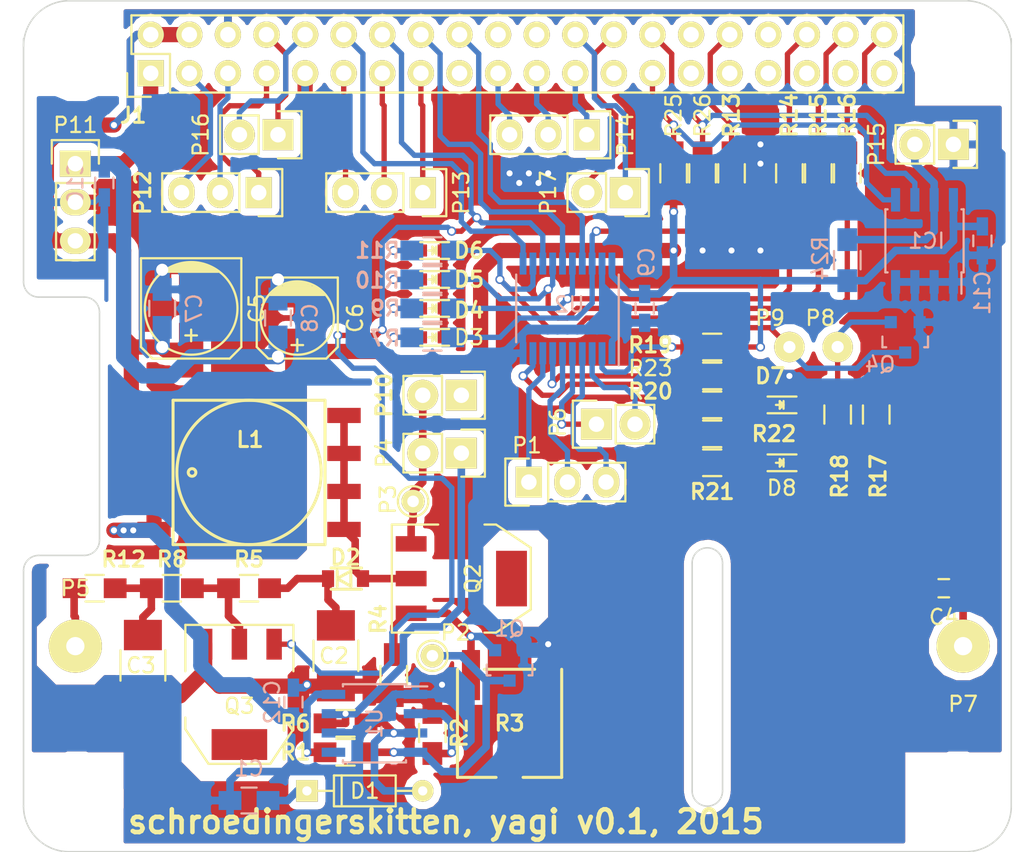
<source format=kicad_pcb>
(kicad_pcb (version 4) (host pcbnew 0.201512281231+6406~40~ubuntu14.04.1-stable)
  (layers (0 F.Cu signal) (31 B.Cu signal) (34 B.Paste user) (35 F.Paste user) (36 B.SilkS user) (37 F.SilkS user) (38 B.Mask user) (39 F.Mask user) (44 Edge.Cuts user))
  (net 0 "")
  (net 1 GND)
  (net 2 "Net-(C2-Pad1)")
  (net 3 +5V)
  (net 4 "Net-(C4-Pad1)")
  (net 5 +3V3)
  (net 6 "Net-(D3-Pad2)")
  (net 7 ID_SD)
  (net 8 ID_SC)
  (net 9 "Net-(IC1-Pad7)")
  (net 10 "Net-(Q1-Pad1)")
  (net 11 detect)
  (net 12 pulse)
  (net 13 "Net-(D1-Pad2)")
  (net 14 "Net-(D2-Pad2)")
  (net 15 PWM)
  (net 16 DISC)
  (net 17 DET)
  (net 18 discharge)
  (net 19 "Net-(P1-Pad1)")
  (net 20 "Net-(D4-Pad2)")
  (net 21 "Net-(D5-Pad2)")
  (net 22 "Net-(D6-Pad2)")
  (net 23 "Net-(D7-Pad2)")
  (net 24 AUX_OUT1)
  (net 25 AUX_OUT2)
  (net 26 AUX_IN1)
  (net 27 AUX_IN2)
  (net 28 AUX_IN3)
  (net 29 "Net-(P6-Pad1)")
  (net 30 "Net-(P6-Pad2)")
  (net 31 "Net-(J1-Pad3)")
  (net 32 "Net-(J1-Pad5)")
  (net 33 "Net-(J1-Pad7)")
  (net 34 "Net-(J1-Pad8)")
  (net 35 "Net-(J1-Pad10)")
  (net 36 "Net-(J1-Pad19)")
  (net 37 "Net-(J1-Pad21)")
  (net 38 "Net-(J1-Pad23)")
  (net 39 "Net-(J1-Pad24)")
  (net 40 "Net-(J1-Pad26)")
  (net 41 "Net-(J1-Pad11)")
  (net 42 "Net-(J1-Pad13)")
  (net 43 "Net-(J1-Pad15)")
  (net 44 "Net-(C1-Pad1)")
  (net 45 "Net-(C3-Pad1)")
  (net 46 "Net-(D8-Pad2)")
  (net 47 "Net-(P1-Pad2)")
  (net 48 "Net-(P1-Pad3)")
  (net 49 RST)
  (net 50 TRG)
  (net 51 "Net-(P4-Pad1)")
  (net 52 "Net-(P5-Pad1)")
  (net 53 "Net-(P8-Pad1)")
  (net 54 "Net-(Q3-Pad2)")
  (net 55 "Net-(R2-Pad1)")
  (net 56 "Net-(R13-Pad2)")
  (net 57 "Net-(R14-Pad2)")
  (net 58 "Net-(R10-Pad1)")
  (net 59 "Net-(R11-Pad1)")
  (module RPi_Hat:RPi_Hat_Mounting_Hole (layer F.Cu) (at 100 38.5)
    (fp_text reference "" hide)
    (fp_text value "" hide)
    (pad "" np_thru_hole circle (at 0 0) (size 2.75 2.75) (drill 2.75) (layers *.Cu *.Mask) (clearance 1.725))
  )
  (module RPi_Hat:RPi_Hat_Mounting_Hole (layer F.Cu) (at 100 87.5)
    (fp_text reference "" hide)
    (fp_text value "" hide)
    (pad "" np_thru_hole circle (at 0 0) (size 2.75 2.75) (drill 2.75) (layers *.Cu *.Mask) (clearance 1.725))
  )
  (module RPi_Hat:RPi_Hat_Mounting_Hole (layer F.Cu) (at 42 87.5)
    (fp_text reference "" hide)
    (fp_text value "" hide)
    (pad "" np_thru_hole circle (at 0 0) (size 2.75 2.75) (drill 2.75) (layers *.Cu *.Mask) (clearance 1.725))
  )
  (module RPi_Hat:RPi_Hat_Mounting_Hole (layer F.Cu) (at 42 38.5)
    (fp_text reference "" hide)
    (fp_text value "" hide)
    (pad "" np_thru_hole circle (at 0 0) (size 2.75 2.75) (drill 2.75) (layers *.Cu *.Mask) (clearance 1.725))
  )
  (module Housings_SOIC:SOIC-8_3.9x4.9mm_Pitch1.27mm (layer B.Cu) (at 97.79 50.8 90)
    (fp_text reference IC1 (at 0 0.127 180) (layer B.SilkS) (effects (justify mirror)))
    (fp_text value AT24CS32-SSHM)
    (pad 1 smd rect (at -2.7 1.905 90) (size 1.55 0.6) (layers B.Cu B.Paste B.Mask) (net 1 GND))
    (pad 2 smd rect (at -2.7 0.635 90) (size 1.55 0.6) (layers B.Cu B.Paste B.Mask) (net 1 GND))
    (pad 3 smd rect (at -2.7 -0.635 90) (size 1.55 0.6) (layers B.Cu B.Paste B.Mask) (net 1 GND))
    (pad 4 smd rect (at -2.7 -1.905 90) (size 1.55 0.6) (layers B.Cu B.Paste B.Mask) (net 1 GND))
    (pad 5 smd rect (at 2.7 -1.905 90) (size 1.55 0.6) (layers B.Cu B.Paste B.Mask) (net 7 ID_SD))
    (pad 6 smd rect (at 2.7 -0.635 90) (size 1.55 0.6) (layers B.Cu B.Paste B.Mask) (net 8 ID_SC))
    (pad 7 smd rect (at 2.7 0.635 90) (size 1.55 0.6) (layers B.Cu B.Paste B.Mask) (net 9 "Net-(IC1-Pad7)"))
    (pad 8 smd rect (at 2.7 1.905 90) (size 1.55 0.6) (layers B.Cu B.Paste B.Mask) (net 5 +3V3))
  )
  (module chenit:SRR0908-Y (layer F.Cu) (at 53.34 66.04)
    (fp_text reference L1 (at 0.0635 -2.159) (layer F.SilkS) (effects (font (thickness 0.2))))
    (fp_text value SRR0908-Y)
    (pad 1 smd rect (at -6.25 -3.75) (size 2.2 1) (layers F.Cu F.Paste F.Mask) (net 3 +5V))
    (pad 2 smd rect (at -6.25 -1.25) (size 2.2 1) (layers F.Cu F.Paste F.Mask) (net 3 +5V))
    (pad 3 smd rect (at -6.25 1.25) (size 2.2 1) (layers F.Cu F.Paste F.Mask) (net 3 +5V))
    (pad 4 smd rect (at -6.25 3.75) (size 2.2 1) (layers F.Cu F.Paste F.Mask) (net 3 +5V))
    (pad 5 smd rect (at 6.25 3.75) (size 2.2 1) (layers F.Cu F.Paste F.Mask) (net 14 "Net-(D2-Pad2)"))
    (pad 6 smd rect (at 6.25 1.25) (size 2.2 1) (layers F.Cu F.Paste F.Mask) (net 14 "Net-(D2-Pad2)"))
    (pad 7 smd rect (at 6.25 -1.25) (size 2.2 1) (layers F.Cu F.Paste F.Mask) (net 14 "Net-(D2-Pad2)"))
    (pad 8 smd rect (at 6.25 -3.75) (size 2.2 1) (layers F.Cu F.Paste F.Mask) (net 14 "Net-(D2-Pad2)"))
  )
  (module Resistors_SMD:R_0805_HandSoldering (layer F.Cu) (at 59.69 84.455)
    (fp_text reference R1 (at -3.302 0) (layer F.SilkS) (effects (font (thickness 0.2))))
    (fp_text value R)
    (pad 1 smd rect (at -1.35 0) (size 1.5 1.3) (layers F.Cu F.Paste F.Mask) (net 3 +5V))
    (pad 2 smd rect (at 1.35 0) (size 1.5 1.3) (layers F.Cu F.Paste F.Mask) (net 49 RST))
  )
  (module Resistors_SMD:R_0805_HandSoldering (layer F.Cu) (at 65.405 83.185 90)
    (fp_text reference R2 (at 0 1.778 90) (layer F.SilkS) (effects (font (thickness 0.2))))
    (fp_text value 220k)
    (pad 1 smd rect (at -1.35 0 90) (size 1.5 1.3) (layers F.Cu F.Paste F.Mask) (net 55 "Net-(R2-Pad1)"))
    (pad 2 smd rect (at 1.35 0 90) (size 1.5 1.3) (layers F.Cu F.Paste F.Mask) (net 1 GND))
  )
  (module Resistors_SMD:R_0805_HandSoldering (layer F.Cu) (at 62.865 79.375 270)
    (fp_text reference R4 (at -3.683 1.016 270) (layer F.SilkS) (effects (font (thickness 0.2))))
    (fp_text value R)
    (pad 1 smd rect (at -1.35 0 270) (size 1.5 1.3) (layers F.Cu F.Paste F.Mask) (net 10 "Net-(Q1-Pad1)"))
    (pad 2 smd rect (at 1.35 0 270) (size 1.5 1.3) (layers F.Cu F.Paste F.Mask) (net 1 GND))
  )
  (module Resistors_SMD:R_0805_HandSoldering (layer F.Cu) (at 53.34 73.66)
    (fp_text reference R5 (at 0 -1.905) (layer F.SilkS) (effects (font (thickness 0.2))))
    (fp_text value R)
    (pad 1 smd rect (at -1.35 0) (size 1.5 1.3) (layers F.Cu F.Paste F.Mask) (net 54 "Net-(Q3-Pad2)"))
    (pad 2 smd rect (at 1.35 0) (size 1.5 1.3) (layers F.Cu F.Paste F.Mask) (net 2 "Net-(C2-Pad1)"))
  )
  (module Resistors_SMD:R_0805_HandSoldering (layer F.Cu) (at 59.69 82.55)
    (fp_text reference R6 (at -3.302 0) (layer F.SilkS) (effects (font (thickness 0.2))))
    (fp_text value 330R)
    (pad 1 smd rect (at -1.35 0) (size 1.5 1.3) (layers F.Cu F.Paste F.Mask) (net 51 "Net-(P4-Pad1)"))
    (pad 2 smd rect (at 1.35 0) (size 1.5 1.3) (layers F.Cu F.Paste F.Mask) (net 13 "Net-(D1-Pad2)"))
  )
  (module Resistors_SMD:R_0805_HandSoldering (layer B.Cu) (at 65.405 57.15 180)
    (fp_text reference R7 (at 3.1115 -0.0635 360) (layer B.SilkS) (effects (font (thickness 0.2)) (justify mirror)))
    (fp_text value R)
    (pad 1 smd rect (at -1.35 0 180) (size 1.5 1.3) (layers B.Cu B.Paste B.Mask) (net 56 "Net-(R13-Pad2)"))
    (pad 2 smd rect (at 1.35 0 180) (size 1.5 1.3) (layers B.Cu B.Paste B.Mask) (net 6 "Net-(D3-Pad2)"))
  )
  (module Resistors_SMD:R_0805_HandSoldering (layer F.Cu) (at 48.26 73.66)
    (fp_text reference R8 (at 0 -1.905) (layer F.SilkS) (effects (font (thickness 0.2))))
    (fp_text value R)
    (pad 1 smd rect (at -1.35 0) (size 1.5 1.3) (layers F.Cu F.Paste F.Mask) (net 45 "Net-(C3-Pad1)"))
    (pad 2 smd rect (at 1.35 0) (size 1.5 1.3) (layers F.Cu F.Paste F.Mask) (net 54 "Net-(Q3-Pad2)"))
  )
  (module Resistors_SMD:R_0805_HandSoldering (layer B.Cu) (at 65.405 55.245 180)
    (fp_text reference R9 (at 3.1115 0 180) (layer B.SilkS) (effects (font (thickness 0.2)) (justify mirror)))
    (fp_text value R)
    (pad 1 smd rect (at -1.35 0 180) (size 1.5 1.3) (layers B.Cu B.Paste B.Mask) (net 57 "Net-(R14-Pad2)"))
    (pad 2 smd rect (at 1.35 0 180) (size 1.5 1.3) (layers B.Cu B.Paste B.Mask) (net 20 "Net-(D4-Pad2)"))
  )
  (module Resistors_SMD:R_0805_HandSoldering (layer B.Cu) (at 65.405 53.34 180)
    (fp_text reference R10 (at 3.6195 -0.0635 180) (layer B.SilkS) (effects (font (thickness 0.2)) (justify mirror)))
    (fp_text value R)
    (pad 1 smd rect (at -1.35 0 180) (size 1.5 1.3) (layers B.Cu B.Paste B.Mask) (net 58 "Net-(R10-Pad1)"))
    (pad 2 smd rect (at 1.35 0 180) (size 1.5 1.3) (layers B.Cu B.Paste B.Mask) (net 21 "Net-(D5-Pad2)"))
  )
  (module Resistors_SMD:R_0805_HandSoldering (layer B.Cu) (at 65.405 51.435 180)
    (fp_text reference R11 (at 3.6195 0 180) (layer B.SilkS) (effects (font (thickness 0.2)) (justify mirror)))
    (fp_text value R)
    (pad 1 smd rect (at -1.35 0 180) (size 1.5 1.3) (layers B.Cu B.Paste B.Mask) (net 59 "Net-(R11-Pad1)"))
    (pad 2 smd rect (at 1.35 0 180) (size 1.5 1.3) (layers B.Cu B.Paste B.Mask) (net 22 "Net-(D6-Pad2)"))
  )
  (module RPi_Hat:Pin_Header_Straight_2x20 (layer F.Cu) (at 71 38.5 90)
    (fp_text reference J1 (at -4.045 -25.28 180) (layer F.SilkS) (effects (font (thickness 0.2))))
    (fp_text value RPi_GPIO)
    (pad 1 thru_hole rect (at -1.27 -24.13 90) (size 1.7272 1.7272) (drill 1.016) (layers *.Cu *.Mask F.SilkS) (net 5 +3V3))
    (pad 2 thru_hole oval (at 1.27 -24.13 90) (size 1.7272 1.7272) (drill 1.016) (layers *.Cu *.Mask F.SilkS) (net 3 +5V))
    (pad 3 thru_hole oval (at -1.27 -21.59 90) (size 1.7272 1.7272) (drill 1.016) (layers *.Cu *.Mask F.SilkS) (net 31 "Net-(J1-Pad3)"))
    (pad 4 thru_hole oval (at 1.27 -21.59 90) (size 1.7272 1.7272) (drill 1.016) (layers *.Cu *.Mask F.SilkS) (net 3 +5V))
    (pad 5 thru_hole oval (at -1.27 -19.05 90) (size 1.7272 1.7272) (drill 1.016) (layers *.Cu *.Mask F.SilkS) (net 32 "Net-(J1-Pad5)"))
    (pad 6 thru_hole oval (at 1.27 -19.05 90) (size 1.7272 1.7272) (drill 1.016) (layers *.Cu *.Mask F.SilkS) (net 1 GND))
    (pad 7 thru_hole oval (at -1.27 -16.51 90) (size 1.7272 1.7272) (drill 1.016) (layers *.Cu *.Mask F.SilkS) (net 33 "Net-(J1-Pad7)"))
    (pad 8 thru_hole oval (at 1.27 -16.51 90) (size 1.7272 1.7272) (drill 1.016) (layers *.Cu *.Mask F.SilkS) (net 34 "Net-(J1-Pad8)"))
    (pad 9 thru_hole oval (at -1.27 -13.97 90) (size 1.7272 1.7272) (drill 1.016) (layers *.Cu *.Mask F.SilkS) (net 1 GND))
    (pad 10 thru_hole oval (at 1.27 -13.97 90) (size 1.7272 1.7272) (drill 1.016) (layers *.Cu *.Mask F.SilkS) (net 35 "Net-(J1-Pad10)"))
    (pad 11 thru_hole oval (at -1.27 -11.43 90) (size 1.7272 1.7272) (drill 1.016) (layers *.Cu *.Mask F.SilkS) (net 41 "Net-(J1-Pad11)"))
    (pad 12 thru_hole oval (at 1.27 -11.43 90) (size 1.7272 1.7272) (drill 1.016) (layers *.Cu *.Mask F.SilkS) (net 15 PWM))
    (pad 13 thru_hole oval (at -1.27 -8.89 90) (size 1.7272 1.7272) (drill 1.016) (layers *.Cu *.Mask F.SilkS) (net 42 "Net-(J1-Pad13)"))
    (pad 14 thru_hole oval (at 1.27 -8.89 90) (size 1.7272 1.7272) (drill 1.016) (layers *.Cu *.Mask F.SilkS) (net 16 DISC))
    (pad 15 thru_hole oval (at -1.27 -6.35 90) (size 1.7272 1.7272) (drill 1.016) (layers *.Cu *.Mask F.SilkS) (net 43 "Net-(J1-Pad15)"))
    (pad 16 thru_hole oval (at 1.27 -6.35 90) (size 1.7272 1.7272) (drill 1.016) (layers *.Cu *.Mask F.SilkS) (net 24 AUX_OUT1))
    (pad 17 thru_hole oval (at -1.27 -3.81 90) (size 1.7272 1.7272) (drill 1.016) (layers *.Cu *.Mask F.SilkS))
    (pad 18 thru_hole oval (at 1.27 -3.81 90) (size 1.7272 1.7272) (drill 1.016) (layers *.Cu *.Mask F.SilkS) (net 25 AUX_OUT2))
    (pad 19 thru_hole oval (at -1.27 -1.27 90) (size 1.7272 1.7272) (drill 1.016) (layers *.Cu *.Mask F.SilkS) (net 36 "Net-(J1-Pad19)"))
    (pad 20 thru_hole oval (at 1.27 -1.27 90) (size 1.7272 1.7272) (drill 1.016) (layers *.Cu *.Mask F.SilkS))
    (pad 21 thru_hole oval (at -1.27 1.27 90) (size 1.7272 1.7272) (drill 1.016) (layers *.Cu *.Mask F.SilkS) (net 37 "Net-(J1-Pad21)"))
    (pad 22 thru_hole oval (at 1.27 1.27 90) (size 1.7272 1.7272) (drill 1.016) (layers *.Cu *.Mask F.SilkS))
    (pad 23 thru_hole oval (at -1.27 3.81 90) (size 1.7272 1.7272) (drill 1.016) (layers *.Cu *.Mask F.SilkS) (net 38 "Net-(J1-Pad23)"))
    (pad 24 thru_hole oval (at 1.27 3.81 90) (size 1.7272 1.7272) (drill 1.016) (layers *.Cu *.Mask F.SilkS) (net 39 "Net-(J1-Pad24)"))
    (pad 25 thru_hole oval (at -1.27 6.35 90) (size 1.7272 1.7272) (drill 1.016) (layers *.Cu *.Mask F.SilkS))
    (pad 26 thru_hole oval (at 1.27 6.35 90) (size 1.7272 1.7272) (drill 1.016) (layers *.Cu *.Mask F.SilkS) (net 40 "Net-(J1-Pad26)"))
    (pad 27 thru_hole oval (at -1.27 8.89 90) (size 1.7272 1.7272) (drill 1.016) (layers *.Cu *.Mask F.SilkS) (net 7 ID_SD))
    (pad 28 thru_hole oval (at 1.27 8.89 90) (size 1.7272 1.7272) (drill 1.016) (layers *.Cu *.Mask F.SilkS) (net 8 ID_SC))
    (pad 29 thru_hole oval (at -1.27 11.43 90) (size 1.7272 1.7272) (drill 1.016) (layers *.Cu *.Mask F.SilkS))
    (pad 30 thru_hole oval (at 1.27 11.43 90) (size 1.7272 1.7272) (drill 1.016) (layers *.Cu *.Mask F.SilkS))
    (pad 31 thru_hole oval (at -1.27 13.97 90) (size 1.7272 1.7272) (drill 1.016) (layers *.Cu *.Mask F.SilkS))
    (pad 32 thru_hole oval (at 1.27 13.97 90) (size 1.7272 1.7272) (drill 1.016) (layers *.Cu *.Mask F.SilkS) (net 17 DET))
    (pad 33 thru_hole oval (at -1.27 16.51 90) (size 1.7272 1.7272) (drill 1.016) (layers *.Cu *.Mask F.SilkS))
    (pad 34 thru_hole oval (at 1.27 16.51 90) (size 1.7272 1.7272) (drill 1.016) (layers *.Cu *.Mask F.SilkS))
    (pad 35 thru_hole oval (at -1.27 19.05 90) (size 1.7272 1.7272) (drill 1.016) (layers *.Cu *.Mask F.SilkS))
    (pad 36 thru_hole oval (at 1.27 19.05 90) (size 1.7272 1.7272) (drill 1.016) (layers *.Cu *.Mask F.SilkS) (net 26 AUX_IN1))
    (pad 37 thru_hole oval (at -1.27 21.59 90) (size 1.7272 1.7272) (drill 1.016) (layers *.Cu *.Mask F.SilkS))
    (pad 38 thru_hole oval (at 1.27 21.59 90) (size 1.7272 1.7272) (drill 1.016) (layers *.Cu *.Mask F.SilkS) (net 27 AUX_IN2))
    (pad 39 thru_hole oval (at -1.27 24.13 90) (size 1.7272 1.7272) (drill 1.016) (layers *.Cu *.Mask F.SilkS))
    (pad 40 thru_hole oval (at 1.27 24.13 90) (size 1.7272 1.7272) (drill 1.016) (layers *.Cu *.Mask F.SilkS) (net 28 AUX_IN3))
  )
  (module LEDs:LED-0603 (layer F.Cu) (at 65.405 55.245 180)
    (fp_text reference D4 (at -2.413 -0.127 360) (layer F.SilkS) (effects (font (thickness 0.2))))
    (fp_text value Led_Small)
    (pad 2 smd rect (at 0.7493 0) (size 0.79756 0.79756) (layers F.Cu F.Paste F.Mask) (net 20 "Net-(D4-Pad2)"))
    (pad 1 smd rect (at -0.7493 0) (size 0.79756 0.79756) (layers F.Cu F.Paste F.Mask) (net 1 GND))
  )
  (module LEDs:LED-0603 (layer F.Cu) (at 65.405 53.34 180)
    (fp_text reference D5 (at -2.413 0 360) (layer F.SilkS) (effects (font (thickness 0.2))))
    (fp_text value Led_Small)
    (pad 2 smd rect (at 0.7493 0) (size 0.79756 0.79756) (layers F.Cu F.Paste F.Mask) (net 21 "Net-(D5-Pad2)"))
    (pad 1 smd rect (at -0.7493 0) (size 0.79756 0.79756) (layers F.Cu F.Paste F.Mask) (net 1 GND))
  )
  (module LEDs:LED-0603 (layer F.Cu) (at 65.405 51.435 180)
    (fp_text reference D6 (at -2.413 0 360) (layer F.SilkS) (effects (font (thickness 0.2))))
    (fp_text value Led_Small)
    (pad 2 smd rect (at 0.7493 0) (size 0.79756 0.79756) (layers F.Cu F.Paste F.Mask) (net 22 "Net-(D6-Pad2)"))
    (pad 1 smd rect (at -0.7493 0) (size 0.79756 0.79756) (layers F.Cu F.Paste F.Mask) (net 1 GND))
  )
  (module LEDs:LED-0603 (layer F.Cu) (at 88.265 61.595 180)
    (fp_text reference D7 (at 0.635 1.905 360) (layer F.SilkS) (effects (font (thickness 0.2))))
    (fp_text value Led_Small)
    (pad 2 smd rect (at 0.7493 0) (size 0.79756 0.79756) (layers F.Cu F.Paste F.Mask) (net 23 "Net-(D7-Pad2)"))
    (pad 1 smd rect (at -0.7493 0) (size 0.79756 0.79756) (layers F.Cu F.Paste F.Mask) (net 1 GND))
  )
  (module Resistors_SMD:R_0805_HandSoldering (layer F.Cu) (at 43.18 73.66 180)
    (fp_text reference R12 (at -1.905 1.905 180) (layer F.SilkS) (effects (font (thickness 0.2))))
    (fp_text value R)
    (pad 1 smd rect (at -1.35 0 180) (size 1.5 1.3) (layers F.Cu F.Paste F.Mask) (net 45 "Net-(C3-Pad1)"))
    (pad 2 smd rect (at 1.35 0 180) (size 1.5 1.3) (layers F.Cu F.Paste F.Mask) (net 52 "Net-(P5-Pad1)"))
  )
  (module Resistors_SMD:R_0805_HandSoldering (layer F.Cu) (at 85.09 46.355 270)
    (fp_text reference R13 (at -3.81 0 270) (layer F.SilkS) (effects (font (thickness 0.2))))
    (fp_text value 10k)
    (pad 1 smd rect (at -1.35 0 270) (size 1.5 1.3) (layers F.Cu F.Paste F.Mask) (net 17 DET))
    (pad 2 smd rect (at 1.35 0 270) (size 1.5 1.3) (layers F.Cu F.Paste F.Mask) (net 56 "Net-(R13-Pad2)"))
  )
  (module Resistors_SMD:R_0805_HandSoldering (layer F.Cu) (at 88.9 46.355 270)
    (fp_text reference R14 (at -3.81 0 270) (layer F.SilkS) (effects (font (thickness 0.2))))
    (fp_text value 10k)
    (pad 1 smd rect (at -1.35 0 270) (size 1.5 1.3) (layers F.Cu F.Paste F.Mask) (net 26 AUX_IN1))
    (pad 2 smd rect (at 1.35 0 270) (size 1.5 1.3) (layers F.Cu F.Paste F.Mask) (net 57 "Net-(R14-Pad2)"))
  )
  (module Resistors_SMD:R_0805_HandSoldering (layer F.Cu) (at 90.805 46.355 270)
    (fp_text reference R15 (at -3.81 0 270) (layer F.SilkS) (effects (font (thickness 0.2))))
    (fp_text value 10k)
    (pad 1 smd rect (at -1.35 0 270) (size 1.5 1.3) (layers F.Cu F.Paste F.Mask) (net 27 AUX_IN2))
    (pad 2 smd rect (at 1.35 0 270) (size 1.5 1.3) (layers F.Cu F.Paste F.Mask) (net 58 "Net-(R10-Pad1)"))
  )
  (module Resistors_SMD:R_0805_HandSoldering (layer F.Cu) (at 92.71 46.355 270)
    (fp_text reference R16 (at -3.81 0 270) (layer F.SilkS) (effects (font (thickness 0.2))))
    (fp_text value 10k)
    (pad 1 smd rect (at -1.35 0 270) (size 1.5 1.3) (layers F.Cu F.Paste F.Mask) (net 28 AUX_IN3))
    (pad 2 smd rect (at 1.35 0 270) (size 1.5 1.3) (layers F.Cu F.Paste F.Mask) (net 59 "Net-(R11-Pad1)"))
  )
  (module Resistors_SMD:R_0805_HandSoldering (layer F.Cu) (at 94.615 62.23 270)
    (fp_text reference R17 (at 4.064 -0.127 270) (layer F.SilkS) (effects (font (thickness 0.2))))
    (fp_text value 1.5k)
    (pad 1 smd rect (at -1.35 0 270) (size 1.5 1.3) (layers F.Cu F.Paste F.Mask) (net 53 "Net-(P8-Pad1)"))
    (pad 2 smd rect (at 1.35 0 270) (size 1.5 1.3) (layers F.Cu F.Paste F.Mask) (net 4 "Net-(C4-Pad1)"))
  )
  (module Resistors_SMD:R_0805_HandSoldering (layer F.Cu) (at 92.075 62.23 90)
    (fp_text reference R18 (at -4.064 0.127 270) (layer F.SilkS) (effects (font (thickness 0.2))))
    (fp_text value 100k)
    (pad 1 smd rect (at -1.35 0 90) (size 1.5 1.3) (layers F.Cu F.Paste F.Mask) (net 1 GND))
    (pad 2 smd rect (at 1.35 0 90) (size 1.5 1.3) (layers F.Cu F.Paste F.Mask) (net 53 "Net-(P8-Pad1)"))
  )
  (module Resistors_SMD:R_0805_HandSoldering (layer F.Cu) (at 83.82 57.785)
    (fp_text reference R19 (at -4.064 -0.127) (layer F.SilkS) (effects (font (thickness 0.2))))
    (fp_text value 27k)
    (pad 1 smd rect (at -1.35 0) (size 1.5 1.3) (layers F.Cu F.Paste F.Mask) (net 11 detect))
    (pad 2 smd rect (at 1.35 0) (size 1.5 1.3) (layers F.Cu F.Paste F.Mask) (net 5 +3V3))
  )
  (module Resistors_SMD:R_0805_HandSoldering (layer F.Cu) (at 83.82 61.595 180)
    (fp_text reference R20 (at 4.064 0.889 180) (layer F.SilkS) (effects (font (thickness 0.2))))
    (fp_text value R)
    (pad 1 smd rect (at -1.35 0 180) (size 1.5 1.3) (layers F.Cu F.Paste F.Mask) (net 23 "Net-(D7-Pad2)"))
    (pad 2 smd rect (at 1.35 0 180) (size 1.5 1.3) (layers F.Cu F.Paste F.Mask) (net 12 pulse))
  )
  (module Resistors_SMD:R_0805_HandSoldering (layer F.Cu) (at 83.82 65.405 180)
    (fp_text reference R21 (at 0 -1.905 180) (layer F.SilkS) (effects (font (thickness 0.2))))
    (fp_text value R)
    (pad 1 smd rect (at -1.35 0 180) (size 1.5 1.3) (layers F.Cu F.Paste F.Mask) (net 46 "Net-(D8-Pad2)"))
    (pad 2 smd rect (at 1.35 0 180) (size 1.5 1.3) (layers F.Cu F.Paste F.Mask) (net 18 discharge))
  )
  (module Resistors_SMD:R_0805_HandSoldering (layer F.Cu) (at 83.82 63.5 180)
    (fp_text reference R22 (at -4.064 0 180) (layer F.SilkS) (effects (font (thickness 0.2))))
    (fp_text value R)
    (pad 1 smd rect (at -1.35 0 180) (size 1.5 1.3) (layers F.Cu F.Paste F.Mask))
    (pad 2 smd rect (at 1.35 0 180) (size 1.5 1.3) (layers F.Cu F.Paste F.Mask) (net 12 pulse))
  )
  (module Pin_Headers:Pin_Header_Straight_1x02 (layer F.Cu) (at 67.31 60.96 270)
    (fp_text reference P10 (at 0 5.08 270) (layer F.SilkS) (effects (font (thickness 0.2))))
    (fp_text value CONN_01X02)
    (pad 1 thru_hole rect (at 0 0 270) (size 2.032 2.032) (drill 1.016) (layers *.Cu *.Mask F.SilkS))
    (pad 2 thru_hole oval (at 0 2.54 270) (size 2.032 2.032) (drill 1.016) (layers *.Cu *.Mask F.SilkS) (net 50 TRG))
  )
  (module Pin_Headers:Pin_Header_Straight_1x03 (layer F.Cu) (at 53.975 47.625 270)
    (fp_text reference P12 (at 0 7.62 450) (layer F.SilkS) (effects (font (thickness 0.2))))
    (fp_text value CONN_01X03)
    (pad 1 thru_hole rect (at 0 0 270) (size 2.032 1.7272) (drill 1.016) (layers *.Cu *.Mask F.SilkS) (net 33 "Net-(J1-Pad7)"))
    (pad 2 thru_hole oval (at 0 2.54 270) (size 2.032 1.7272) (drill 1.016) (layers *.Cu *.Mask F.SilkS) (net 32 "Net-(J1-Pad5)"))
    (pad 3 thru_hole oval (at 0 5.08 270) (size 2.032 1.7272) (drill 1.016) (layers *.Cu *.Mask F.SilkS) (net 31 "Net-(J1-Pad3)"))
  )
  (module Capacitors_SMD:C_0805_HandSoldering (layer B.Cu) (at 53.34 87.63 180)
    (fp_text reference C1 (at 0 2.1 180) (layer B.SilkS) (effects (justify mirror)))
    (fp_text value 1nF)
    (pad 1 smd rect (at -1.25 0 180) (size 1.5 1.25) (layers B.Cu B.Paste B.Mask) (net 44 "Net-(C1-Pad1)"))
    (pad 2 smd rect (at 1.25 0 180) (size 1.5 1.25) (layers B.Cu B.Paste B.Mask) (net 1 GND))
  )
  (module Capacitors_SMD:C_1210_HandSoldering (layer F.Cu) (at 59.055 78.105 270)
    (fp_text reference C2 (at 0 0.127 360) (layer F.SilkS))
    (fp_text value 47nF)
    (pad 1 smd rect (at -2 0 270) (size 2 2.5) (layers F.Cu F.Paste F.Mask) (net 2 "Net-(C2-Pad1)"))
    (pad 2 smd rect (at 2 0 270) (size 2 2.5) (layers F.Cu F.Paste F.Mask) (net 1 GND))
  )
  (module Capacitors_SMD:C_1210_HandSoldering (layer F.Cu) (at 46.355 78.74 270)
    (fp_text reference C3 (at 0 0.127 360) (layer F.SilkS))
    (fp_text value 47nF)
    (pad 1 smd rect (at -2 0 270) (size 2 2.5) (layers F.Cu F.Paste F.Mask) (net 45 "Net-(C3-Pad1)"))
    (pad 2 smd rect (at 2 0 270) (size 2 2.5) (layers F.Cu F.Paste F.Mask) (net 1 GND))
  )
  (module Capacitors_SMD:C_0603_HandSoldering (layer F.Cu) (at 99.06 73.66 180)
    (fp_text reference C4 (at 0 -1.9 180) (layer F.SilkS))
    (fp_text value 330pF)
    (pad 1 smd rect (at -0.95 0 180) (size 1.2 0.75) (layers F.Cu F.Paste F.Mask) (net 4 "Net-(C4-Pad1)"))
    (pad 2 smd rect (at 0.95 0 180) (size 1.2 0.75) (layers F.Cu F.Paste F.Mask) (net 1 GND))
  )
  (module Capacitors_SMD:C_0805_HandSoldering (layer B.Cu) (at 47.625 55.245 90)
    (fp_text reference C7 (at 0 2.1 90) (layer B.SilkS) (effects (justify mirror)))
    (fp_text value 1uF)
    (pad 1 smd rect (at -1.25 0 90) (size 1.5 1.25) (layers B.Cu B.Paste B.Mask) (net 3 +5V))
    (pad 2 smd rect (at 1.25 0 90) (size 1.5 1.25) (layers B.Cu B.Paste B.Mask) (net 1 GND))
  )
  (module Capacitors_SMD:C_0805_HandSoldering (layer B.Cu) (at 55.245 55.88 90)
    (fp_text reference C8 (at 0 2.1 90) (layer B.SilkS) (effects (justify mirror)))
    (fp_text value 1uF)
    (pad 1 smd rect (at -1.25 0 90) (size 1.5 1.25) (layers B.Cu B.Paste B.Mask) (net 5 +3V3))
    (pad 2 smd rect (at 1.25 0 90) (size 1.5 1.25) (layers B.Cu B.Paste B.Mask) (net 1 GND))
  )
  (module Capacitors_SMD:C_0603_HandSoldering (layer B.Cu) (at 79.375 55.245 270)
    (fp_text reference C9 (at -3.048 -0.127 270) (layer B.SilkS) (effects (justify mirror)))
    (fp_text value 0.1uF)
    (pad 1 smd rect (at -0.95 0 270) (size 1.2 0.75) (layers B.Cu B.Paste B.Mask) (net 5 +3V3))
    (pad 2 smd rect (at 0.95 0 270) (size 1.2 0.75) (layers B.Cu B.Paste B.Mask) (net 1 GND))
  )
  (module Capacitors_SMD:C_0603_HandSoldering (layer B.Cu) (at 43.815 46.99 270)
    (fp_text reference C10 (at 0 1.9 270) (layer B.SilkS) (effects (justify mirror)))
    (fp_text value 0.1uF)
    (pad 1 smd rect (at -0.95 0 270) (size 1.2 0.75) (layers B.Cu B.Paste B.Mask) (net 5 +3V3))
    (pad 2 smd rect (at 0.95 0 270) (size 1.2 0.75) (layers B.Cu B.Paste B.Mask) (net 1 GND))
  )
  (module chenit:TUMD2SM (layer F.Cu) (at 59.69 73.025 90)
    (fp_text reference D2 (at 1.397 0 180) (layer F.SilkS) (effects (font (thickness 0.2))))
    (fp_text value D hide)
    (pad 1 smd rect (at 0 -1.15 90) (size 1.1 0.8) (layers F.Cu F.Paste F.Mask) (net 2 "Net-(C2-Pad1)"))
    (pad 2 smd rect (at 0 1.15 90) (size 1.1 0.8) (layers F.Cu F.Paste F.Mask) (net 14 "Net-(D2-Pad2)"))
  )
  (module LEDs:LED-0603 (layer F.Cu) (at 65.405 57.15 180)
    (fp_text reference D3 (at -2.413 0 180) (layer F.SilkS))
    (fp_text value Led_Small)
    (pad 2 smd rect (at 0.7493 0) (size 0.79756 0.79756) (layers F.Cu F.Paste F.Mask) (net 6 "Net-(D3-Pad2)"))
    (pad 1 smd rect (at -0.7493 0) (size 0.79756 0.79756) (layers F.Cu F.Paste F.Mask) (net 1 GND))
  )
  (module LEDs:LED-0603 (layer F.Cu) (at 88.265 65.405 180)
    (fp_text reference D8 (at -0.127 -1.651 180) (layer F.SilkS))
    (fp_text value Led_Small)
    (pad 2 smd rect (at 0.7493 0) (size 0.79756 0.79756) (layers F.Cu F.Paste F.Mask) (net 46 "Net-(D8-Pad2)"))
    (pad 1 smd rect (at -0.7493 0) (size 0.79756 0.79756) (layers F.Cu F.Paste F.Mask) (net 1 GND))
  )
  (module Pin_Headers:Pin_Header_Straight_1x03 (layer F.Cu) (at 71.755 66.675 90)
    (fp_text reference P1 (at 2.413 -0.127 180) (layer F.SilkS))
    (fp_text value CONN_01X03)
    (pad 1 thru_hole rect (at 0 0 90) (size 2.032 1.7272) (drill 1.016) (layers *.Cu *.Mask F.SilkS) (net 19 "Net-(P1-Pad1)"))
    (pad 2 thru_hole oval (at 0 2.54 90) (size 2.032 1.7272) (drill 1.016) (layers *.Cu *.Mask F.SilkS) (net 47 "Net-(P1-Pad2)"))
    (pad 3 thru_hole oval (at 0 5.08 90) (size 2.032 1.7272) (drill 1.016) (layers *.Cu *.Mask F.SilkS) (net 48 "Net-(P1-Pad3)"))
  )
  (module Pin_Headers:Pin_Header_Straight_1x02 (layer F.Cu) (at 67.31 64.77 270)
    (fp_text reference P4 (at 0 5.08 270) (layer F.SilkS))
    (fp_text value CONN_01X02)
    (pad 1 thru_hole rect (at 0 0 270) (size 2.032 2.032) (drill 1.016) (layers *.Cu *.Mask F.SilkS) (net 51 "Net-(P4-Pad1)"))
    (pad 2 thru_hole oval (at 0 2.54 270) (size 2.032 2.032) (drill 1.016) (layers *.Cu *.Mask F.SilkS) (net 50 TRG))
  )
  (module Pin_Headers:Pin_Header_Straight_1x02 (layer F.Cu) (at 76.2 62.865 90)
    (fp_text reference P6 (at 0.127 -2.54 90) (layer F.SilkS))
    (fp_text value CONN_01X02)
    (pad 1 thru_hole rect (at 0 0 90) (size 2.032 2.032) (drill 1.016) (layers *.Cu *.Mask F.SilkS) (net 29 "Net-(P6-Pad1)"))
    (pad 2 thru_hole oval (at 0 2.54 90) (size 2.032 2.032) (drill 1.016) (layers *.Cu *.Mask F.SilkS) (net 30 "Net-(P6-Pad2)"))
  )
  (module Wire_Pads:SolderWirePad_single_1-2mmDrill (layer F.Cu) (at 100.33 77.47 180)
    (fp_text reference P7 (at 0 -3.81 180) (layer F.SilkS))
    (fp_text value HV-)
    (pad 1 thru_hole circle (at 0 0 180) (size 3.50012 3.50012) (drill 1.19888) (layers *.Cu *.Mask F.SilkS) (net 4 "Net-(C4-Pad1)"))
  )
  (module Wire_Pads:SolderWirePad_single_0-8mmDrill (layer F.Cu) (at 92.075 57.785 180)
    (fp_text reference P8 (at 1.143 1.905 180) (layer F.SilkS))
    (fp_text value CONN_01X01)
    (pad 1 thru_hole circle (at 0 0 180) (size 1.99898 1.99898) (drill 0.8001) (layers *.Cu *.Mask F.SilkS) (net 53 "Net-(P8-Pad1)"))
  )
  (module Wire_Pads:SolderWirePad_single_0-8mmDrill (layer F.Cu) (at 88.9 57.785 270)
    (fp_text reference P9 (at -1.905 1.27 360) (layer F.SilkS))
    (fp_text value CONN_01X01)
    (pad 1 thru_hole circle (at 0 0 270) (size 1.99898 1.99898) (drill 0.8001) (layers *.Cu *.Mask F.SilkS) (net 11 detect))
  )
  (module Pin_Headers:Pin_Header_Straight_1x03 (layer F.Cu) (at 41.91 45.72)
    (fp_text reference P11 (at 0 -2.54) (layer F.SilkS))
    (fp_text value CONN_01X03)
    (pad 1 thru_hole rect (at 0 0) (size 2.032 1.7272) (drill 1.016) (layers *.Cu *.Mask F.SilkS) (net 5 +3V3))
    (pad 2 thru_hole oval (at 0 2.54) (size 2.032 1.7272) (drill 1.016) (layers *.Cu *.Mask F.SilkS) (net 1 GND))
    (pad 3 thru_hole oval (at 0 5.08) (size 2.032 1.7272) (drill 1.016) (layers *.Cu *.Mask F.SilkS) (net 3 +5V))
  )
  (module Pin_Headers:Pin_Header_Straight_1x03 (layer F.Cu) (at 64.77 47.625 270)
    (fp_text reference P13 (at 0 -2.54 270) (layer F.SilkS))
    (fp_text value CONN_01X03)
    (pad 1 thru_hole rect (at 0 0 270) (size 2.032 1.7272) (drill 1.016) (layers *.Cu *.Mask F.SilkS) (net 43 "Net-(J1-Pad15)"))
    (pad 2 thru_hole oval (at 0 2.54 270) (size 2.032 1.7272) (drill 1.016) (layers *.Cu *.Mask F.SilkS) (net 42 "Net-(J1-Pad13)"))
    (pad 3 thru_hole oval (at 0 5.08 270) (size 2.032 1.7272) (drill 1.016) (layers *.Cu *.Mask F.SilkS) (net 41 "Net-(J1-Pad11)"))
  )
  (module Pin_Headers:Pin_Header_Straight_1x03 (layer F.Cu) (at 75.565 43.815 270)
    (fp_text reference P14 (at 0 -2.54 270) (layer F.SilkS))
    (fp_text value CONN_01X03)
    (pad 1 thru_hole rect (at 0 0 270) (size 2.032 1.7272) (drill 1.016) (layers *.Cu *.Mask F.SilkS) (net 38 "Net-(J1-Pad23)"))
    (pad 2 thru_hole oval (at 0 2.54 270) (size 2.032 1.7272) (drill 1.016) (layers *.Cu *.Mask F.SilkS) (net 37 "Net-(J1-Pad21)"))
    (pad 3 thru_hole oval (at 0 5.08 270) (size 2.032 1.7272) (drill 1.016) (layers *.Cu *.Mask F.SilkS) (net 36 "Net-(J1-Pad19)"))
  )
  (module Pin_Headers:Pin_Header_Straight_1x02 (layer F.Cu) (at 99.695 44.45 270)
    (fp_text reference P15 (at 0 5.08 270) (layer F.SilkS))
    (fp_text value CONN_01X02)
    (pad 1 thru_hole rect (at 0 0 270) (size 2.032 2.032) (drill 1.016) (layers *.Cu *.Mask F.SilkS) (net 1 GND))
    (pad 2 thru_hole oval (at 0 2.54 270) (size 2.032 2.032) (drill 1.016) (layers *.Cu *.Mask F.SilkS) (net 9 "Net-(IC1-Pad7)"))
  )
  (module Pin_Headers:Pin_Header_Straight_1x02 (layer F.Cu) (at 55.245 43.815 270)
    (fp_text reference P16 (at 0 5.08 270) (layer F.SilkS))
    (fp_text value CONN_01X02)
    (pad 1 thru_hole rect (at 0 0 270) (size 2.032 2.032) (drill 1.016) (layers *.Cu *.Mask F.SilkS) (net 34 "Net-(J1-Pad8)"))
    (pad 2 thru_hole oval (at 0 2.54 270) (size 2.032 2.032) (drill 1.016) (layers *.Cu *.Mask F.SilkS) (net 35 "Net-(J1-Pad10)"))
  )
  (module Pin_Headers:Pin_Header_Straight_1x02 (layer F.Cu) (at 78.105 47.625 270)
    (fp_text reference P17 (at 0 5.08 270) (layer F.SilkS))
    (fp_text value CONN_01X02)
    (pad 1 thru_hole rect (at 0 0 270) (size 2.032 2.032) (drill 1.016) (layers *.Cu *.Mask F.SilkS) (net 39 "Net-(J1-Pad24)"))
    (pad 2 thru_hole oval (at 0 2.54 270) (size 2.032 2.032) (drill 1.016) (layers *.Cu *.Mask F.SilkS) (net 40 "Net-(J1-Pad26)"))
  )
  (module TO_SOT_Packages_SMD:SOT-23 (layer B.Cu) (at 70.485 78.74)
    (fp_text reference Q1 (at 0 -2.413) (layer B.SilkS) (effects (justify mirror)))
    (fp_text value MMBT4401)
    (pad 1 smd rect (at -0.95 -1.00076) (size 0.8001 0.8001) (layers B.Cu B.Paste B.Mask) (net 10 "Net-(Q1-Pad1)"))
    (pad 2 smd rect (at 0.95 -1.00076) (size 0.8001 0.8001) (layers B.Cu B.Paste B.Mask) (net 1 GND))
    (pad 3 smd rect (at 0 0.99822) (size 0.8001 0.8001) (layers B.Cu B.Paste B.Mask) (net 49 RST))
  )
  (module TO_SOT_Packages_SMD:SOT-223 (layer F.Cu) (at 67.31 73.025 270)
    (fp_text reference Q2 (at 0 -0.762 270) (layer F.SilkS))
    (fp_text value STN0214)
    (pad 4 smd rect (at 0 -3.302 270) (size 3.6576 2.032) (layers F.Cu F.Paste F.Mask) (net 14 "Net-(D2-Pad2)"))
    (pad 2 smd rect (at 0 3.302 270) (size 1.016 2.032) (layers F.Cu F.Paste F.Mask) (net 14 "Net-(D2-Pad2)"))
    (pad 3 smd rect (at 2.286 3.302 270) (size 1.016 2.032) (layers F.Cu F.Paste F.Mask) (net 10 "Net-(Q1-Pad1)"))
    (pad 1 smd rect (at -2.286 3.302 270) (size 1.016 2.032) (layers F.Cu F.Paste F.Mask) (net 50 TRG))
  )
  (module TO_SOT_Packages_SMD:SOT-223 (layer F.Cu) (at 52.705 80.645 180)
    (fp_text reference Q3 (at 0 -0.762 180) (layer F.SilkS))
    (fp_text value STN0214)
    (pad 4 smd rect (at 0 -3.302 180) (size 3.6576 2.032) (layers F.Cu F.Paste F.Mask) (net 54 "Net-(Q3-Pad2)"))
    (pad 2 smd rect (at 0 3.302 180) (size 1.016 2.032) (layers F.Cu F.Paste F.Mask) (net 54 "Net-(Q3-Pad2)"))
    (pad 3 smd rect (at 2.286 3.302 180) (size 1.016 2.032) (layers F.Cu F.Paste F.Mask) (net 1 GND))
    (pad 1 smd rect (at -2.286 3.302 180) (size 1.016 2.032) (layers F.Cu F.Paste F.Mask) (net 16 DISC))
  )
  (module TO_SOT_Packages_SMD:SOT-23 (layer B.Cu) (at 96.52 57.15)
    (fp_text reference Q4 (at -1.651 1.778) (layer B.SilkS) (effects (justify mirror)))
    (fp_text value MMBT4401)
    (pad 1 smd rect (at -0.95 -1.00076) (size 0.8001 0.8001) (layers B.Cu B.Paste B.Mask) (net 53 "Net-(P8-Pad1)"))
    (pad 2 smd rect (at 0.95 -1.00076) (size 0.8001 0.8001) (layers B.Cu B.Paste B.Mask) (net 1 GND))
    (pad 3 smd rect (at 0 0.99822) (size 0.8001 0.8001) (layers B.Cu B.Paste B.Mask) (net 11 detect))
  )
  (module Resistors_SMD:R_0805_HandSoldering (layer F.Cu) (at 83.82 59.69 180)
    (fp_text reference R23 (at 4.064 0.508 180) (layer F.SilkS))
    (fp_text value R)
    (pad 1 smd rect (at -1.35 0 180) (size 1.5 1.3) (layers F.Cu F.Paste F.Mask))
    (pad 2 smd rect (at 1.35 0 180) (size 1.5 1.3) (layers F.Cu F.Paste F.Mask) (net 18 discharge))
  )
  (module Resistors_SMD:R_0805_HandSoldering (layer B.Cu) (at 92.71 52.07 90)
    (fp_text reference R24 (at 0.127 -1.778 90) (layer B.SilkS) (effects (justify mirror)))
    (fp_text value 1k)
    (pad 1 smd rect (at -1.35 0 90) (size 1.5 1.3) (layers B.Cu B.Paste B.Mask) (net 5 +3V3))
    (pad 2 smd rect (at 1.35 0 90) (size 1.5 1.3) (layers B.Cu B.Paste B.Mask) (net 9 "Net-(IC1-Pad7)"))
  )
  (module Resistors_SMD:R_0805_HandSoldering (layer F.Cu) (at 81.28 46.355 90)
    (fp_text reference R25 (at 3.81 0 90) (layer F.SilkS))
    (fp_text value 3.9k)
    (pad 1 smd rect (at -1.35 0 90) (size 1.5 1.3) (layers F.Cu F.Paste F.Mask) (net 5 +3V3))
    (pad 2 smd rect (at 1.35 0 90) (size 1.5 1.3) (layers F.Cu F.Paste F.Mask) (net 7 ID_SD))
  )
  (module Resistors_SMD:R_0805_HandSoldering (layer F.Cu) (at 83.185 46.355 90)
    (fp_text reference R26 (at 3.81 0 90) (layer F.SilkS))
    (fp_text value 3.9k)
    (pad 1 smd rect (at -1.35 0 90) (size 1.5 1.3) (layers F.Cu F.Paste F.Mask) (net 5 +3V3))
    (pad 2 smd rect (at 1.35 0 90) (size 1.5 1.3) (layers F.Cu F.Paste F.Mask) (net 8 ID_SC))
  )
  (module Housings_SOIC:SOIC-8_3.9x4.9mm_Pitch1.27mm (layer B.Cu) (at 61.595 82.55 180)
    (fp_text reference U1 (at 0 0 270) (layer B.SilkS) (effects (justify mirror)))
    (fp_text value TLC555)
    (pad 1 smd rect (at -2.7 1.905 180) (size 1.55 0.6) (layers B.Cu B.Paste B.Mask) (net 1 GND))
    (pad 2 smd rect (at -2.7 0.635 180) (size 1.55 0.6) (layers B.Cu B.Paste B.Mask) (net 55 "Net-(R2-Pad1)"))
    (pad 3 smd rect (at -2.7 -0.635 180) (size 1.55 0.6) (layers B.Cu B.Paste B.Mask) (net 13 "Net-(D1-Pad2)"))
    (pad 4 smd rect (at -2.7 -1.905 180) (size 1.55 0.6) (layers B.Cu B.Paste B.Mask) (net 49 RST))
    (pad 5 smd rect (at 2.7 -1.905 180) (size 1.55 0.6) (layers B.Cu B.Paste B.Mask))
    (pad 6 smd rect (at 2.7 -0.635 180) (size 1.55 0.6) (layers B.Cu B.Paste B.Mask) (net 1 GND))
    (pad 7 smd rect (at 2.7 0.635 180) (size 1.55 0.6) (layers B.Cu B.Paste B.Mask) (net 51 "Net-(P4-Pad1)"))
    (pad 8 smd rect (at 2.7 1.905 180) (size 1.55 0.6) (layers B.Cu B.Paste B.Mask) (net 3 +5V))
  )
  (module Housings_SSOP:TSSOP-20_4.4x6.5mm_Pitch0.65mm (layer B.Cu) (at 74.295 55.245 90)
    (fp_text reference U2 (at 0.254 0.127 180) (layer B.SilkS) (effects (justify mirror)))
    (fp_text value 74LS244)
    (pad 1 smd rect (at -2.95 2.925 90) (size 1.45 0.45) (layers B.Cu B.Paste B.Mask) (net 1 GND))
    (pad 2 smd rect (at -2.95 2.275 90) (size 1.45 0.45) (layers B.Cu B.Paste B.Mask) (net 11 detect))
    (pad 3 smd rect (at -2.95 1.625 90) (size 1.45 0.45) (layers B.Cu B.Paste B.Mask) (net 30 "Net-(P6-Pad2)"))
    (pad 4 smd rect (at -2.95 0.975 90) (size 1.45 0.45) (layers B.Cu B.Paste B.Mask) (net 48 "Net-(P1-Pad3)"))
    (pad 5 smd rect (at -2.95 0.325 90) (size 1.45 0.45) (layers B.Cu B.Paste B.Mask) (net 29 "Net-(P6-Pad1)"))
    (pad 6 smd rect (at -2.95 -0.325 90) (size 1.45 0.45) (layers B.Cu B.Paste B.Mask) (net 47 "Net-(P1-Pad2)"))
    (pad 7 smd rect (at -2.95 -0.975 90) (size 1.45 0.45) (layers B.Cu B.Paste B.Mask) (net 18 discharge))
    (pad 8 smd rect (at -2.95 -1.625 90) (size 1.45 0.45) (layers B.Cu B.Paste B.Mask) (net 19 "Net-(P1-Pad1)"))
    (pad 9 smd rect (at -2.95 -2.275 90) (size 1.45 0.45) (layers B.Cu B.Paste B.Mask) (net 12 pulse))
    (pad 10 smd rect (at -2.95 -2.925 90) (size 1.45 0.45) (layers B.Cu B.Paste B.Mask) (net 1 GND))
    (pad 11 smd rect (at 2.95 -2.925 90) (size 1.45 0.45) (layers B.Cu B.Paste B.Mask) (net 15 PWM))
    (pad 12 smd rect (at 2.95 -2.275 90) (size 1.45 0.45) (layers B.Cu B.Paste B.Mask) (net 59 "Net-(R11-Pad1)"))
    (pad 13 smd rect (at 2.95 -1.625 90) (size 1.45 0.45) (layers B.Cu B.Paste B.Mask) (net 16 DISC))
    (pad 14 smd rect (at 2.95 -0.975 90) (size 1.45 0.45) (layers B.Cu B.Paste B.Mask) (net 58 "Net-(R10-Pad1)"))
    (pad 15 smd rect (at 2.95 -0.325 90) (size 1.45 0.45) (layers B.Cu B.Paste B.Mask) (net 24 AUX_OUT1))
    (pad 16 smd rect (at 2.95 0.325 90) (size 1.45 0.45) (layers B.Cu B.Paste B.Mask) (net 57 "Net-(R14-Pad2)"))
    (pad 17 smd rect (at 2.95 0.975 90) (size 1.45 0.45) (layers B.Cu B.Paste B.Mask) (net 25 AUX_OUT2))
    (pad 18 smd rect (at 2.95 1.625 90) (size 1.45 0.45) (layers B.Cu B.Paste B.Mask) (net 56 "Net-(R13-Pad2)"))
    (pad 19 smd rect (at 2.95 2.275 90) (size 1.45 0.45) (layers B.Cu B.Paste B.Mask) (net 1 GND))
    (pad 20 smd rect (at 2.95 2.925 90) (size 1.45 0.45) (layers B.Cu B.Paste B.Mask) (net 5 +3V3))
  )
  (module Discret:DO-35 (layer F.Cu) (at 60.96 86.995 180)
    (fp_text reference D1 (at 0 0 180) (layer F.SilkS))
    (fp_text value 1N4148)
    (pad 1 thru_hole rect (at 3.81 0 180) (size 1.4224 1.4224) (drill 0.6096) (layers *.Cu *.Mask F.SilkS) (net 44 "Net-(C1-Pad1)"))
    (pad 2 thru_hole circle (at -3.81 0 180) (size 1.4224 1.4224) (drill 0.6096) (layers *.Cu *.Mask F.SilkS) (net 13 "Net-(D1-Pad2)"))
  )
  (module chenit:PIN (layer F.Cu) (at 65.405 78.105)
    (fp_text reference P2 (at 1.524 -1.524) (layer F.SilkS))
    (fp_text value CONN_01X01 hide)
    (pad 1 thru_hole circle (at 0 0) (size 1.524 1.524) (drill 0.762) (layers *.Cu *.Mask F.SilkS) (net 49 RST))
  )
  (module chenit:PIN (layer F.Cu) (at 64.135 67.945)
    (fp_text reference P3 (at -1.651 -0.127 90) (layer F.SilkS))
    (fp_text value CONN_01X01 hide)
    (pad 1 thru_hole circle (at 0 0) (size 1.524 1.524) (drill 0.762) (layers *.Cu *.Mask F.SilkS) (net 50 TRG))
  )
  (module Wire_Pads:SolderWirePad_single_1-2mmDrill (layer F.Cu) (at 41.91 77.47)
    (fp_text reference P5 (at 0 -3.81) (layer F.SilkS))
    (fp_text value HV+)
    (pad 1 thru_hole circle (at 0 0) (size 3.50012 3.50012) (drill 1.19888) (layers *.Cu *.Mask F.SilkS) (net 52 "Net-(P5-Pad1)"))
  )
  (module chenit:bourns-3361-p (layer F.Cu) (at 70.485 79.375 180)
    (fp_text reference R3 (at 0 -3.175 180) (layer F.SilkS) (effects (font (thickness 0.2))))
    (fp_text value RV-TG)
    (pad 1 smd rect (at -2.54 0 180) (size 1.19 3.3) (layers F.Cu F.Paste F.Mask) (net 1 GND))
    (pad 2 smd rect (at 0 -6.4 180) (size 1.19 3.3) (layers F.Cu F.Paste F.Mask) (net 1 GND))
    (pad 3 smd rect (at 2.54 0 180) (size 1.19 3.3) (layers F.Cu F.Paste F.Mask) (net 10 "Net-(Q1-Pad1)"))
  )
  (module Capacitors_SMD:c_elec_6.3x7.7 (layer F.Cu) (at 49.53 55.245 270)
    (fp_text reference C5 (at 0 -4.318 270) (layer F.SilkS))
    (fp_text value 220uF)
    (pad 1 smd rect (at 2.75082 0 270) (size 3.59918 1.6002) (layers F.Cu F.Paste F.Mask) (net 3 +5V))
    (pad 2 smd rect (at -2.75082 0 270) (size 3.59918 1.6002) (layers F.Cu F.Paste F.Mask) (net 1 GND))
  )
  (module Capacitors_SMD:c_elec_5x4.5 (layer F.Cu) (at 56.515 55.88 270)
    (fp_text reference C6 (at 0 -3.81 270) (layer F.SilkS))
    (fp_text value 22uF)
    (pad 1 smd rect (at 2.19964 0 270) (size 2.99974 1.6002) (layers F.Cu F.Paste F.Mask) (net 5 +3V3))
    (pad 2 smd rect (at -2.19964 0 270) (size 2.99974 1.6002) (layers F.Cu F.Paste F.Mask) (net 1 GND))
  )
  (module Capacitors_SMD:C_0603_HandSoldering (layer B.Cu) (at 101.6 50.8 270)
    (fp_text reference C11 (at 3.429 0 270) (layer B.SilkS) (effects (justify mirror)))
    (fp_text value 0.1uF)
    (pad 1 smd rect (at -0.95 0 270) (size 1.2 0.75) (layers B.Cu B.Paste B.Mask) (net 5 +3V3))
    (pad 2 smd rect (at 0.95 0 270) (size 1.2 0.75) (layers B.Cu B.Paste B.Mask) (net 1 GND))
  )
  (module Capacitors_SMD:C_0603_HandSoldering (layer B.Cu) (at 56.261 81.153 90)
    (fp_text reference C12 (at 0 -1.397 90) (layer B.SilkS) (effects (justify mirror)))
    (fp_text value 0.1uF)
    (pad 1 smd rect (at -0.95 0 90) (size 1.2 0.75) (layers B.Cu B.Paste B.Mask) (net 3 +5V))
    (pad 2 smd rect (at 0.95 0 90) (size 1.2 0.75) (layers B.Cu B.Paste B.Mask) (net 1 GND))
  )
  (gr_text "schroedingerskitten, yagi v0.1, 2015" (at 66.294 89.027) (layer F.SilkS) (effects (font (size 1.5 1.5) (thickness 0.3))))
  (gr_arc (start 100.5 38) (end 100.5 35) (angle 90) (layer Edge.Cuts) (width 0.1))
  (gr_line (start 41.5 35) (end 100.5 35) (angle 90) (layer Edge.Cuts) (width 0.1))
  (gr_arc (start 41.5 38) (end 38.5 38) (angle 90) (layer Edge.Cuts) (width 0.1))
  (gr_arc (start 83.5 87) (end 82.5 87) (angle -180) (layer Edge.Cuts) (width 0.1))
  (gr_arc (start 83.5 72) (end 82.5 72) (angle 180) (layer Edge.Cuts) (width 0.1))
  (gr_line (start 84.5 72) (end 84.5 87) (angle 90) (layer Edge.Cuts) (width 0.1))
  (gr_line (start 82.5 72) (end 82.5 87) (angle 90) (layer Edge.Cuts) (width 0.1))
  (gr_arc (start 39.5 72.5) (end 38.5 72.5) (angle 90) (layer Edge.Cuts) (width 0.1))
  (gr_arc (start 42.5 70.5) (end 43.5 70.5) (angle 90) (layer Edge.Cuts) (width 0.1))
  (gr_arc (start 42.5 55.5) (end 42.5 54.5) (angle 90) (layer Edge.Cuts) (width 0.1))
  (gr_arc (start 39.5 53.5) (end 39.5 54.5) (angle 90) (layer Edge.Cuts) (width 0.1))
  (gr_arc (start 100.5 88) (end 103.5 88) (angle 90) (layer Edge.Cuts) (width 0.1))
  (gr_arc (start 41.5 88) (end 41.5 91) (angle 90) (layer Edge.Cuts) (width 0.1))
  (gr_line (start 38.5 72.5) (end 38.5 88) (layer Edge.Cuts) (width 0.1))
  (gr_line (start 38.5 37.5) (end 38.5 53.5) (layer Edge.Cuts) (width 0.1))
  (gr_line (start 39.5 71.5) (end 42.5 71.5) (layer Edge.Cuts) (width 0.1))
  (gr_line (start 39.5 54.5) (end 42.5 54.5) (layer Edge.Cuts) (width 0.1))
  (gr_line (start 43.5 55.5) (end 43.5 70.5) (layer Edge.Cuts) (width 0.1))
  (gr_line (start 41.5 91) (end 100.5 91) (angle 90) (layer Edge.Cuts) (width 0.1))
  (gr_line (start 103.5 37.5) (end 103.5 88) (angle 90) (layer Edge.Cuts) (width 0.1))
  (via (at 72.39 46.99) (size 0.6) (drill 0.4) (layers F.Cu B.Cu) (net 0))
  (via (at 71.12 46.99) (size 0.6) (drill 0.4) (layers F.Cu B.Cu) (net 0))
  (via (at 73.025 46.355) (size 0.6) (drill 0.4) (layers F.Cu B.Cu) (net 0))
  (via (at 71.755 46.355) (size 0.6) (drill 0.4) (layers F.Cu B.Cu) (net 0))
  (via (at 70.485 46.355) (size 0.6) (drill 0.4) (layers F.Cu B.Cu) (net 0))
  (via (at 86.995 45.72) (size 0.6) (drill 0.4) (layers F.Cu B.Cu) (net 0))
  (via (at 86.995 44.45) (size 0.6) (drill 0.4) (layers F.Cu B.Cu) (net 0))
  (via (at 86.995 51.435) (size 0.6) (drill 0.4) (layers F.Cu B.Cu) (net 0))
  (via (at 85.09 51.435) (size 0.6) (drill 0.4) (layers F.Cu B.Cu) (net 0))
  (via (at 83.185 51.435) (size 0.6) (drill 0.4) (layers F.Cu B.Cu) (net 0))
  (segment (start 70.485 58.42) (end 69.85 59.055) (width 1) (layer B.Cu) (net 1))
  (segment (start 69.85 59.055) (end 62.865 59.055) (width 1) (layer B.Cu) (net 1))
  (segment (start 59.563 53.34) (end 55.245 53.34) (width 1) (layer B.Cu) (net 1))
  (segment (start 60.198 53.975) (end 59.563 53.34) (width 1) (layer B.Cu) (net 1))
  (segment (start 60.198 57.531) (end 60.198 53.975) (width 1) (layer B.Cu) (net 1))
  (segment (start 60.706 58.039) (end 60.198 57.531) (width 1) (layer B.Cu) (net 1))
  (segment (start 61.849 58.039) (end 60.706 58.039) (width 1) (layer B.Cu) (net 1))
  (segment (start 62.865 59.055) (end 61.849 58.039) (width 1) (layer B.Cu) (net 1))
  (segment (start 71.435 77.73924) (end 72.62876 77.73924) (width 1) (layer B.Cu) (net 1))
  (segment (start 73.025 77.343) (end 73.025 79.375) (width 1) (layer F.Cu) (net 1))
  (via (at 73.025 77.343) (size 0.6) (drill 0.4) (layers F.Cu B.Cu) (net 1))
  (segment (start 72.62876 77.73924) (end 73.025 77.343) (width 1) (layer B.Cu) (net 1))
  (segment (start 98.11 73.66) (end 93.345 73.66) (width 0.5) (layer F.Cu) (net 1))
  (segment (start 92.075 72.39) (end 92.075 63.58) (width 0.5) (layer F.Cu) (net 1))
  (segment (start 93.345 73.66) (end 92.075 72.39) (width 0.5) (layer F.Cu) (net 1))
  (segment (start 97.47 56.14924) (end 97.47 55.56) (width 0.5) (layer B.Cu) (net 1))
  (segment (start 97.155 55.245) (end 97.155 53.5) (width 0.5) (layer B.Cu) (net 1))
  (segment (start 97.47 55.56) (end 97.155 55.245) (width 0.5) (layer B.Cu) (net 1))
  (segment (start 88.9 59.69) (end 89.535 59.69) (width 0.5) (layer B.Cu) (net 1))
  (segment (start 89.535 59.69) (end 90.17 60.325) (width 0.5) (layer B.Cu) (net 1))
  (segment (start 90.17 60.325) (end 97.155 60.325) (width 0.5) (layer B.Cu) (net 1))
  (segment (start 97.155 60.325) (end 97.79 59.69) (width 0.5) (layer B.Cu) (net 1))
  (segment (start 97.79 59.69) (end 97.79 57.15) (width 0.5) (layer B.Cu) (net 1))
  (segment (start 97.79 57.15) (end 97.47 56.83) (width 0.5) (layer B.Cu) (net 1))
  (segment (start 97.47 56.83) (end 97.47 56.14924) (width 0.5) (layer B.Cu) (net 1))
  (segment (start 79.375 56.195) (end 84.77 56.195) (width 0.5) (layer B.Cu) (net 1))
  (segment (start 84.77 56.195) (end 85.725 57.15) (width 0.5) (layer B.Cu) (net 1))
  (segment (start 85.725 57.15) (end 85.725 59.055) (width 0.5) (layer B.Cu) (net 1))
  (segment (start 85.725 59.055) (end 86.36 59.69) (width 0.5) (layer B.Cu) (net 1))
  (segment (start 86.36 59.69) (end 88.9 59.69) (width 0.5) (layer B.Cu) (net 1))
  (via (at 88.9 59.69) (size 0.6) (drill 0.4) (layers F.Cu B.Cu) (net 1))
  (segment (start 88.9 59.69) (end 89.0143 59.8043) (width 0.5) (layer F.Cu) (net 1))
  (segment (start 89.0143 59.8043) (end 89.0143 61.595) (width 0.5) (layer F.Cu) (net 1))
  (segment (start 70.485 58.42) (end 70.485 57.785) (width 0.5) (layer B.Cu) (net 1))
  (segment (start 70.485 57.785) (end 71.755 56.515) (width 0.5) (layer B.Cu) (net 1))
  (segment (start 71.435 77.73924) (end 71.435 77.15) (width 1) (layer B.Cu) (net 1))
  (segment (start 69.85 66.675) (end 69.85 59.055) (width 1) (layer B.Cu) (net 1))
  (segment (start 68.260002 68.264998) (end 69.85 66.675) (width 1) (layer B.Cu) (net 1))
  (segment (start 68.260002 74.93) (end 68.260002 68.264998) (width 1) (layer B.Cu) (net 1))
  (segment (start 69.530002 76.2) (end 68.260002 74.93) (width 1) (layer B.Cu) (net 1))
  (segment (start 70.485 76.2) (end 69.530002 76.2) (width 1) (layer B.Cu) (net 1))
  (segment (start 71.435 77.15) (end 70.485 76.2) (width 1) (layer B.Cu) (net 1))
  (segment (start 92.075 63.58) (end 88.9 63.58) (width 0.35) (layer F.Cu) (net 1))
  (segment (start 88.9 63.58) (end 88.9 63.5) (width 0.35) (layer F.Cu) (net 1))
  (segment (start 89.0143 65.405) (end 89.0143 64.8843) (width 0.35) (layer F.Cu) (net 1))
  (segment (start 89.0143 64.8843) (end 88.9 64.77) (width 0.35) (layer F.Cu) (net 1))
  (segment (start 88.9 64.77) (end 88.9 63.5) (width 0.35) (layer F.Cu) (net 1))
  (segment (start 88.9 63.5) (end 88.9 62.23) (width 0.35) (layer F.Cu) (net 1))
  (segment (start 88.9 62.23) (end 89.0143 62.1157) (width 0.35) (layer F.Cu) (net 1))
  (segment (start 89.0143 62.1157) (end 89.0143 61.595) (width 0.35) (layer F.Cu) (net 1))
  (segment (start 56.261 80.203) (end 56.957 80.203) (width 0.5) (layer B.Cu) (net 1))
  (segment (start 56.957 80.203) (end 57.15 80.01) (width 0.5) (layer B.Cu) (net 1))
  (via (at 57.15 80.01) (size 0.6) (drill 0.4) (layers F.Cu B.Cu) (net 1))
  (segment (start 57.15 80.01) (end 57.15 80.105) (width 0.5) (layer F.Cu) (net 1))
  (segment (start 43.815 47.94) (end 43.5 47.94) (width 0.35) (layer B.Cu) (net 1))
  (segment (start 43.5 47.94) (end 43.18 48.26) (width 0.35) (layer B.Cu) (net 1))
  (segment (start 43.18 48.26) (end 41.91 48.26) (width 0.35) (layer B.Cu) (net 1))
  (segment (start 52.09 87.63) (end 52.09 86.34) (width 0.5) (layer B.Cu) (net 1))
  (segment (start 52.09 86.34) (end 52.705 85.725) (width 0.5) (layer B.Cu) (net 1))
  (segment (start 52.705 85.725) (end 59.69 85.725) (width 0.5) (layer B.Cu) (net 1))
  (segment (start 59.69 85.725) (end 60.325 85.09) (width 0.5) (layer B.Cu) (net 1))
  (segment (start 60.325 85.09) (end 60.325 83.185) (width 0.5) (layer B.Cu) (net 1))
  (segment (start 101.6 51.75) (end 101.92 51.75) (width 0.5) (layer B.Cu) (net 1))
  (segment (start 101.92 51.75) (end 102.87 50.8) (width 0.5) (layer B.Cu) (net 1))
  (segment (start 102.87 50.8) (end 102.87 45.085) (width 0.5) (layer B.Cu) (net 1))
  (segment (start 102.87 45.085) (end 102.235 44.45) (width 0.5) (layer B.Cu) (net 1))
  (segment (start 102.235 44.45) (end 99.695 44.45) (width 0.5) (layer B.Cu) (net 1))
  (segment (start 97.155 53.5) (end 95.885 53.5) (width 0.5) (layer B.Cu) (net 1))
  (segment (start 98.425 53.5) (end 97.155 53.5) (width 0.5) (layer B.Cu) (net 1))
  (segment (start 99.695 53.5) (end 98.425 53.5) (width 0.5) (layer B.Cu) (net 1))
  (segment (start 99.695 53.5) (end 99.695 52.07) (width 0.5) (layer B.Cu) (net 1))
  (segment (start 99.695 52.07) (end 100.015 51.75) (width 0.5) (layer B.Cu) (net 1))
  (segment (start 100.015 51.75) (end 101.6 51.75) (width 0.5) (layer B.Cu) (net 1))
  (segment (start 66.1543 51.435) (end 66.1543 50.9143) (width 0.5) (layer F.Cu) (net 1))
  (segment (start 66.1543 50.9143) (end 65.405 50.165) (width 0.5) (layer F.Cu) (net 1))
  (segment (start 65.405 50.165) (end 56.515 50.165) (width 0.5) (layer F.Cu) (net 1))
  (segment (start 66.1543 53.34) (end 66.1543 51.435) (width 0.5) (layer F.Cu) (net 1))
  (segment (start 66.1543 55.245) (end 66.1543 53.34) (width 0.5) (layer F.Cu) (net 1))
  (segment (start 66.1543 57.15) (end 66.1543 55.245) (width 0.5) (layer F.Cu) (net 1))
  (segment (start 56.515 50.8) (end 51.435 50.8) (width 1) (layer F.Cu) (net 1))
  (segment (start 51.435 50.8) (end 49.74082 52.49418) (width 1) (layer F.Cu) (net 1))
  (segment (start 49.74082 52.49418) (end 49.53 52.49418) (width 1) (layer F.Cu) (net 1))
  (segment (start 57.03 39.77) (end 57.03 41.79) (width 1) (layer F.Cu) (net 1))
  (segment (start 57.03 41.79) (end 57.785 42.545) (width 1) (layer F.Cu) (net 1))
  (segment (start 57.785 42.545) (end 57.785 45.72) (width 1) (layer F.Cu) (net 1))
  (segment (start 57.785 45.72) (end 56.515 46.99) (width 1) (layer F.Cu) (net 1))
  (segment (start 56.515 46.99) (end 56.515 50.165) (width 1) (layer F.Cu) (net 1))
  (segment (start 56.515 50.165) (end 56.515 50.8) (width 1) (layer F.Cu) (net 1))
  (segment (start 56.515 50.8) (end 56.515 53.68036) (width 1) (layer F.Cu) (net 1))
  (segment (start 49.53 52.49418) (end 49.31918 52.49418) (width 1) (layer F.Cu) (net 1))
  (segment (start 49.31918 52.49418) (end 47.625 50.8) (width 1) (layer F.Cu) (net 1))
  (segment (start 47.625 50.8) (end 45.085 48.26) (width 1) (layer F.Cu) (net 1))
  (segment (start 45.085 48.26) (end 41.91 48.26) (width 1) (layer F.Cu) (net 1))
  (segment (start 56.515 53.68036) (end 55.58536 53.68036) (width 1) (layer F.Cu) (net 1))
  (segment (start 55.58536 53.68036) (end 55.245 53.34) (width 1) (layer F.Cu) (net 1))
  (via (at 55.245 53.34) (size 1) (drill 0.8) (layers F.Cu B.Cu) (net 1))
  (segment (start 55.245 53.34) (end 55.245 54.63) (width 1) (layer B.Cu) (net 1))
  (segment (start 49.53 52.49418) (end 47.83582 52.49418) (width 1) (layer F.Cu) (net 1))
  (segment (start 47.83582 52.49418) (end 47.625 52.705) (width 1) (layer F.Cu) (net 1))
  (via (at 47.625 52.705) (size 1) (drill 0.8) (layers F.Cu B.Cu) (net 1))
  (segment (start 47.625 52.705) (end 47.625 53.995) (width 1) (layer B.Cu) (net 1))
  (segment (start 76.57 52.295) (end 76.57 56.515) (width 0.4) (layer B.Cu) (net 1))
  (segment (start 76.57 56.515) (end 76.835 56.515) (width 0.4) (layer B.Cu) (net 1))
  (segment (start 71.37 58.195) (end 71.37 56.9) (width 0.4) (layer B.Cu) (net 1))
  (segment (start 71.37 56.9) (end 71.755 56.515) (width 0.4) (layer B.Cu) (net 1))
  (segment (start 71.755 56.515) (end 76.835 56.515) (width 0.4) (layer B.Cu) (net 1))
  (segment (start 76.835 56.515) (end 77.47 57.15) (width 0.4) (layer B.Cu) (net 1))
  (segment (start 77.22 58.195) (end 77.22 57.4) (width 0.4) (layer B.Cu) (net 1))
  (segment (start 77.22 57.4) (end 77.47 57.15) (width 0.4) (layer B.Cu) (net 1))
  (segment (start 77.47 57.15) (end 78.105 56.515) (width 0.4) (layer B.Cu) (net 1))
  (segment (start 78.105 56.515) (end 78.425 56.195) (width 0.4) (layer B.Cu) (net 1))
  (segment (start 78.425 56.195) (end 79.375 56.195) (width 0.4) (layer B.Cu) (net 1))
  (segment (start 57.03 39.77) (end 57.03 40.52) (width 1) (layer F.Cu) (net 1))
  (segment (start 58.895 83.185) (end 60.325 83.185) (width 0.5) (layer B.Cu) (net 1))
  (segment (start 62.865 80.645) (end 64.295 80.645) (width 0.5) (layer B.Cu) (net 1))
  (segment (start 60.325 83.185) (end 62.865 80.645) (width 0.5) (layer B.Cu) (net 1))
  (segment (start 64.295 80.645) (end 65.405 80.645) (width 0.5) (layer B.Cu) (net 1))
  (segment (start 65.405 80.645) (end 65.405 81.835) (width 0.5) (layer F.Cu) (net 1))
  (segment (start 66.04 80.01) (end 65.405 80.645) (width 0.5) (layer F.Cu) (net 1))
  (via (at 66.04 80.01) (size 0.6) (drill 0.4) (layers F.Cu B.Cu) (net 1))
  (segment (start 65.405 80.645) (end 66.04 80.01) (width 0.5) (layer B.Cu) (net 1))
  (segment (start 62.865 80.725) (end 61.675 80.725) (width 1) (layer F.Cu) (net 1))
  (segment (start 61.055 80.105) (end 59.055 80.105) (width 1) (layer F.Cu) (net 1))
  (segment (start 61.675 80.725) (end 61.055 80.105) (width 1) (layer F.Cu) (net 1))
  (segment (start 65.405 81.835) (end 65.405 81.28) (width 1) (layer F.Cu) (net 1))
  (segment (start 65.405 81.28) (end 64.85 80.725) (width 1) (layer F.Cu) (net 1))
  (segment (start 64.85 80.725) (end 62.865 80.725) (width 1) (layer F.Cu) (net 1))
  (segment (start 65.405 81.835) (end 73.025 81.835) (width 1) (layer F.Cu) (net 1))
  (segment (start 73.025 81.835) (end 73.025 81.915) (width 1) (layer F.Cu) (net 1))
  (segment (start 70.485 85.775) (end 72.34 85.775) (width 1) (layer F.Cu) (net 1))
  (segment (start 73.025 85.09) (end 73.025 81.915) (width 1) (layer F.Cu) (net 1))
  (segment (start 73.025 81.915) (end 73.025 79.375) (width 1) (layer F.Cu) (net 1))
  (segment (start 72.34 85.775) (end 73.025 85.09) (width 1) (layer F.Cu) (net 1))
  (segment (start 59.055 80.105) (end 57.15 80.105) (width 1) (layer F.Cu) (net 1))
  (segment (start 57.15 80.105) (end 51.403 80.105) (width 1) (layer F.Cu) (net 1))
  (segment (start 51.403 80.105) (end 50.419 79.121) (width 1) (layer F.Cu) (net 1))
  (segment (start 46.355 80.74) (end 48.8 80.74) (width 1) (layer F.Cu) (net 1))
  (segment (start 50.419 79.121) (end 50.419 77.343) (width 1) (layer F.Cu) (net 1))
  (segment (start 48.8 80.74) (end 50.419 79.121) (width 1) (layer F.Cu) (net 1))
  (segment (start 51.95 37.23) (end 52.23 37.23) (width 0.35) (layer F.Cu) (net 1))
  (segment (start 51.95 37.23) (end 52.23 37.23) (width 0.35) (layer B.Cu) (net 1))
  (segment (start 59.055 76.105) (end 59.055 74.93) (width 0.5) (layer F.Cu) (net 2))
  (segment (start 58.54 74.415) (end 58.54 73.025) (width 0.5) (layer F.Cu) (net 2))
  (segment (start 59.055 74.93) (end 58.54 74.415) (width 0.5) (layer F.Cu) (net 2))
  (segment (start 54.69 73.66) (end 55.88 73.66) (width 0.5) (layer F.Cu) (net 2))
  (segment (start 56.515 73.025) (end 58.54 73.025) (width 0.5) (layer F.Cu) (net 2))
  (segment (start 55.88 73.66) (end 56.515 73.025) (width 0.5) (layer F.Cu) (net 2))
  (segment (start 47.09 62.29) (end 45.593 60.793) (width 1) (layer F.Cu) (net 3))
  (segment (start 45.593 60.793) (end 45.593 57.658) (width 1) (layer F.Cu) (net 3))
  (via (at 45.72 69.85) (size 0.6) (drill 0.4) (layers F.Cu B.Cu) (net 3))
  (segment (start 44.45 69.85) (end 45.72 69.85) (width 1) (layer F.Cu) (net 3))
  (segment (start 45.72 69.85) (end 47.03 69.85) (width 1) (layer F.Cu) (net 3))
  (segment (start 47.03 69.85) (end 47.09 69.79) (width 1) (layer F.Cu) (net 3))
  (segment (start 56.261 82.103) (end 55.433 82.103) (width 1) (layer B.Cu) (net 3))
  (segment (start 55.433 82.103) (end 53.34 80.01) (width 1) (layer B.Cu) (net 3))
  (segment (start 53.34 80.01) (end 51.435 80.01) (width 1) (layer B.Cu) (net 3))
  (segment (start 51.435 80.01) (end 50.165 78.74) (width 1) (layer B.Cu) (net 3))
  (segment (start 50.165 78.74) (end 50.165 76.835) (width 1) (layer B.Cu) (net 3))
  (segment (start 50.165 76.835) (end 48.26 74.93) (width 1) (layer B.Cu) (net 3))
  (segment (start 48.26 74.93) (end 48.26 71.12) (width 1) (layer B.Cu) (net 3))
  (segment (start 48.26 71.12) (end 46.99 69.85) (width 1) (layer B.Cu) (net 3))
  (segment (start 46.99 69.85) (end 45.72 69.85) (width 1) (layer B.Cu) (net 3))
  (segment (start 45.72 69.85) (end 45.085 69.85) (width 1) (layer B.Cu) (net 3))
  (via (at 45.085 69.85) (size 0.6) (drill 0.4) (layers F.Cu B.Cu) (net 3))
  (segment (start 45.085 69.85) (end 44.45 69.85) (width 1) (layer F.Cu) (net 3))
  (via (at 44.45 69.85) (size 0.6) (drill 0.4) (layers F.Cu B.Cu) (net 3))
  (segment (start 56.261 82.103) (end 57.15 82.103) (width 0.5) (layer B.Cu) (net 3))
  (segment (start 57.15 82.103) (end 57.15 81.915) (width 0.5) (layer B.Cu) (net 3))
  (segment (start 41.91 50.8) (end 44.45 50.8) (width 1) (layer F.Cu) (net 3))
  (segment (start 45.085 57.15) (end 45.593 57.658) (width 1) (layer F.Cu) (net 3))
  (segment (start 45.085 51.435) (end 45.085 57.15) (width 1) (layer F.Cu) (net 3))
  (segment (start 44.45 50.8) (end 45.085 51.435) (width 1) (layer F.Cu) (net 3))
  (segment (start 45.593 57.658) (end 45.72 57.785) (width 1) (layer F.Cu) (net 3))
  (segment (start 45.72 57.785) (end 47.625 57.785) (width 1) (layer F.Cu) (net 3))
  (segment (start 49.53 57.99582) (end 47.83582 57.99582) (width 1) (layer F.Cu) (net 3))
  (segment (start 47.83582 57.99582) (end 47.625 57.785) (width 1) (layer F.Cu) (net 3))
  (via (at 47.625 57.785) (size 1) (drill 0.8) (layers F.Cu B.Cu) (net 3))
  (segment (start 47.625 57.785) (end 47.625 56.495) (width 1) (layer B.Cu) (net 3))
  (via (at 44.45 43.18) (size 0.6) (drill 0.4) (layers F.Cu B.Cu) (net 3))
  (segment (start 46.87 37.23) (end 45.955 37.23) (width 0.5) (layer B.Cu) (net 3))
  (segment (start 45.955 37.23) (end 45.5295 37.6555) (width 0.5) (layer B.Cu) (net 3))
  (segment (start 45.5295 37.6555) (end 45.5295 42.1005) (width 0.5) (layer B.Cu) (net 3))
  (segment (start 45.5295 42.1005) (end 44.45 43.18) (width 0.5) (layer B.Cu) (net 3))
  (segment (start 46.87 37.23) (end 45.955 37.23) (width 0.5) (layer F.Cu) (net 3))
  (segment (start 45.5295 42.1005) (end 44.45 43.18) (width 0.5) (layer F.Cu) (net 3))
  (segment (start 45.5295 37.6555) (end 45.5295 42.1005) (width 0.5) (layer F.Cu) (net 3))
  (segment (start 45.955 37.23) (end 45.5295 37.6555) (width 0.5) (layer F.Cu) (net 3))
  (segment (start 40.64 50.8) (end 40.005 50.165) (width 1) (layer F.Cu) (net 3))
  (segment (start 40.64 50.8) (end 41.91 50.8) (width 1) (layer F.Cu) (net 3))
  (segment (start 41.275 43.18) (end 44.45 43.18) (width 1) (layer F.Cu) (net 3))
  (segment (start 40.005 44.45) (end 41.275 43.18) (width 1) (layer F.Cu) (net 3))
  (segment (start 40.005 50.165) (end 40.005 44.45) (width 1) (layer F.Cu) (net 3))
  (segment (start 49.41 37.23) (end 46.87 37.23) (width 1) (layer F.Cu) (net 3))
  (segment (start 47.09 69.79) (end 47.09 67.29) (width 1) (layer F.Cu) (net 3))
  (segment (start 47.09 67.29) (end 47.09 64.79) (width 1) (layer F.Cu) (net 3))
  (segment (start 47.09 64.79) (end 47.09 62.29) (width 1) (layer F.Cu) (net 3))
  (segment (start 58.895 80.645) (end 57.785 80.645) (width 0.5) (layer B.Cu) (net 3))
  (segment (start 57.15 84.455) (end 58.34 84.455) (width 0.5) (layer F.Cu) (net 3))
  (via (at 57.15 84.455) (size 0.6) (drill 0.4) (layers F.Cu B.Cu) (net 3))
  (segment (start 57.15 81.28) (end 57.15 81.915) (width 0.5) (layer B.Cu) (net 3))
  (segment (start 57.15 81.915) (end 57.15 84.455) (width 0.5) (layer B.Cu) (net 3))
  (segment (start 57.785 80.645) (end 57.15 81.28) (width 0.5) (layer B.Cu) (net 3))
  (segment (start 100.01 73.66) (end 100.01 65.085) (width 0.5) (layer F.Cu) (net 4))
  (segment (start 98.505 63.58) (end 94.615 63.58) (width 0.5) (layer F.Cu) (net 4))
  (segment (start 100.01 65.085) (end 98.505 63.58) (width 0.5) (layer F.Cu) (net 4))
  (segment (start 100.01 73.66) (end 100.01 74.61) (width 0.5) (layer F.Cu) (net 4))
  (segment (start 100.33 74.93) (end 100.33 77.47) (width 0.5) (layer F.Cu) (net 4))
  (segment (start 100.01 74.61) (end 100.33 74.93) (width 0.5) (layer F.Cu) (net 4))
  (segment (start 100.33 73.98) (end 100.01 73.66) (width 0.5) (layer F.Cu) (net 4))
  (segment (start 56.515 58.07964) (end 61.88964 58.07964) (width 1) (layer F.Cu) (net 5))
  (segment (start 61.88964 58.07964) (end 62.865 59.055) (width 1) (layer F.Cu) (net 5))
  (segment (start 62.865 59.055) (end 67.945 59.055) (width 1) (layer F.Cu) (net 5))
  (segment (start 67.945 59.055) (end 68.58 58.42) (width 1) (layer F.Cu) (net 5))
  (segment (start 68.58 58.42) (end 68.58 52.705) (width 1) (layer F.Cu) (net 5))
  (segment (start 68.58 52.705) (end 69.85 51.435) (width 1) (layer F.Cu) (net 5))
  (segment (start 69.85 51.435) (end 81.28 51.435) (width 1) (layer F.Cu) (net 5))
  (via (at 81.28 51.435) (size 0.6) (drill 0.4) (layers F.Cu B.Cu) (net 5))
  (segment (start 85.17 57.785) (end 86.995 57.785) (width 0.35) (layer F.Cu) (net 5))
  (via (at 86.995 57.785) (size 0.6) (drill 0.4) (layers F.Cu B.Cu) (net 5))
  (segment (start 86.995 57.785) (end 86.995 53.42) (width 0.35) (layer B.Cu) (net 5))
  (segment (start 86.995 53.42) (end 86.995 53.34) (width 0.35) (layer B.Cu) (net 5))
  (segment (start 86.995 53.34) (end 86.995 53.42) (width 0.35) (layer B.Cu) (net 5))
  (segment (start 43.815 46.04) (end 42.23 46.04) (width 0.35) (layer B.Cu) (net 5))
  (segment (start 42.23 46.04) (end 41.91 45.72) (width 0.35) (layer B.Cu) (net 5))
  (segment (start 81.28 53.42) (end 81.28 51.435) (width 0.5) (layer B.Cu) (net 5))
  (segment (start 81.28 51.435) (end 81.28 48.895) (width 0.5) (layer B.Cu) (net 5))
  (via (at 81.28 48.895) (size 0.6) (drill 0.4) (layers F.Cu B.Cu) (net 5))
  (segment (start 81.28 48.895) (end 81.28 47.705) (width 0.5) (layer F.Cu) (net 5))
  (segment (start 92.71 53.42) (end 86.995 53.42) (width 0.5) (layer B.Cu) (net 5))
  (segment (start 86.995 53.42) (end 81.28 53.42) (width 0.5) (layer B.Cu) (net 5))
  (segment (start 81.28 53.42) (end 81.2 53.42) (width 0.5) (layer B.Cu) (net 5))
  (segment (start 81.2 53.42) (end 80.325 54.295) (width 0.5) (layer B.Cu) (net 5))
  (segment (start 80.325 54.295) (end 79.375 54.295) (width 0.5) (layer B.Cu) (net 5))
  (segment (start 81.28 47.705) (end 83.185 47.705) (width 0.5) (layer F.Cu) (net 5))
  (segment (start 101.6 49.85) (end 99.695 49.85) (width 0.5) (layer B.Cu) (net 5))
  (segment (start 99.695 49.85) (end 99.695 49.53) (width 0.5) (layer B.Cu) (net 5))
  (segment (start 92.71 53.42) (end 93.9 53.42) (width 0.5) (layer B.Cu) (net 5))
  (segment (start 93.9 53.42) (end 95.885 51.435) (width 0.5) (layer B.Cu) (net 5))
  (segment (start 95.885 51.435) (end 99.06 51.435) (width 0.5) (layer B.Cu) (net 5))
  (segment (start 99.06 51.435) (end 99.695 50.8) (width 0.5) (layer B.Cu) (net 5))
  (segment (start 99.695 50.8) (end 99.695 49.53) (width 0.5) (layer B.Cu) (net 5))
  (segment (start 99.695 49.53) (end 99.695 48.1) (width 0.5) (layer B.Cu) (net 5))
  (segment (start 55.245 58.42) (end 49.53 58.42) (width 1) (layer B.Cu) (net 5))
  (segment (start 49.53 58.42) (end 48.26 59.69) (width 1) (layer B.Cu) (net 5))
  (segment (start 48.26 59.69) (end 46.355 59.69) (width 1) (layer B.Cu) (net 5))
  (segment (start 46.355 59.69) (end 45.085 58.42) (width 1) (layer B.Cu) (net 5))
  (segment (start 45.085 58.42) (end 45.085 46.355) (width 1) (layer B.Cu) (net 5))
  (segment (start 45.085 46.355) (end 44.45 45.72) (width 1) (layer B.Cu) (net 5))
  (segment (start 44.45 45.72) (end 41.91 45.72) (width 1) (layer B.Cu) (net 5))
  (segment (start 56.515 58.07964) (end 55.58536 58.07964) (width 1) (layer F.Cu) (net 5))
  (segment (start 55.58536 58.07964) (end 55.245 58.42) (width 1) (layer F.Cu) (net 5))
  (via (at 55.245 58.42) (size 1) (drill 0.8) (layers F.Cu B.Cu) (net 5))
  (segment (start 55.245 58.42) (end 55.245 57.13) (width 1) (layer B.Cu) (net 5))
  (segment (start 77.22 52.295) (end 77.22 53.09) (width 0.4) (layer B.Cu) (net 5))
  (segment (start 77.22 53.09) (end 78.425 54.295) (width 0.4) (layer B.Cu) (net 5))
  (segment (start 78.425 54.295) (end 79.375 54.295) (width 0.4) (layer B.Cu) (net 5))
  (segment (start 41.91 45.72) (end 45.085 45.72) (width 1) (layer F.Cu) (net 5))
  (segment (start 46.87 43.935) (end 46.87 39.77) (width 1) (layer F.Cu) (net 5))
  (segment (start 45.085 45.72) (end 46.87 43.935) (width 1) (layer F.Cu) (net 5))
  (segment (start 64.6557 57.15) (end 62.865 57.15) (width 0.35) (layer F.Cu) (net 6))
  (segment (start 62.865 57.15) (end 64.055 57.15) (width 0.35) (layer B.Cu) (net 6))
  (via (at 62.865 57.15) (size 0.6) (drill 0.4) (layers F.Cu B.Cu) (net 6))
  (via (at 81.28 43.18) (size 0.6) (drill 0.4) (layers F.Cu B.Cu) (net 7))
  (segment (start 81.28 43.18) (end 81.915 43.815) (width 0.35) (layer B.Cu) (net 7))
  (segment (start 81.915 43.815) (end 82.55 44.45) (width 0.35) (layer B.Cu) (net 7))
  (segment (start 82.55 44.45) (end 83.82 44.45) (width 0.35) (layer B.Cu) (net 7))
  (segment (start 83.82 44.45) (end 84.455 43.815) (width 0.35) (layer B.Cu) (net 7))
  (segment (start 84.455 43.815) (end 85.09 43.18) (width 0.35) (layer B.Cu) (net 7))
  (segment (start 85.09 43.18) (end 93.345 43.18) (width 0.35) (layer B.Cu) (net 7))
  (segment (start 93.345 43.18) (end 93.98 43.815) (width 0.35) (layer B.Cu) (net 7))
  (segment (start 93.98 43.815) (end 93.98 46.99) (width 0.35) (layer B.Cu) (net 7))
  (segment (start 93.98 46.99) (end 95.09 48.1) (width 0.35) (layer B.Cu) (net 7))
  (segment (start 95.09 48.1) (end 95.885 48.1) (width 0.35) (layer B.Cu) (net 7))
  (segment (start 81.28 45.005) (end 81.28 43.18) (width 0.35) (layer F.Cu) (net 7))
  (segment (start 81.28 43.18) (end 79.89 41.79) (width 0.35) (layer F.Cu) (net 7))
  (segment (start 79.89 41.79) (end 79.89 39.77) (width 0.35) (layer F.Cu) (net 7))
  (segment (start 97.155 48.1) (end 97.155 46.99) (width 0.35) (layer B.Cu) (net 8))
  (segment (start 97.155 46.99) (end 96.52 46.355) (width 0.35) (layer B.Cu) (net 8))
  (segment (start 96.52 46.355) (end 95.25 46.355) (width 0.35) (layer B.Cu) (net 8))
  (segment (start 95.25 46.355) (end 94.615 45.72) (width 0.35) (layer B.Cu) (net 8))
  (segment (start 94.615 45.72) (end 94.615 43.18) (width 0.35) (layer B.Cu) (net 8))
  (segment (start 94.615 43.18) (end 93.98 42.545) (width 0.35) (layer B.Cu) (net 8))
  (segment (start 93.98 42.545) (end 83.82 42.545) (width 0.35) (layer B.Cu) (net 8))
  (segment (start 83.82 42.545) (end 83.185 43.18) (width 0.35) (layer B.Cu) (net 8))
  (via (at 83.185 43.18) (size 0.6) (drill 0.4) (layers F.Cu B.Cu) (net 8))
  (segment (start 83.185 45.005) (end 83.185 43.18) (width 0.35) (layer F.Cu) (net 8))
  (segment (start 83.185 43.18) (end 81.153 41.148) (width 0.35) (layer F.Cu) (net 8))
  (segment (start 81.153 41.148) (end 81.153 38.493) (width 0.35) (layer F.Cu) (net 8))
  (segment (start 81.153 38.493) (end 79.89 37.23) (width 0.35) (layer F.Cu) (net 8))
  (segment (start 79.89 37.23) (end 79.98 37.23) (width 0.25) (layer B.Cu) (net 8))
  (segment (start 98.425 48.1) (end 98.425 46.99) (width 0.5) (layer B.Cu) (net 9))
  (segment (start 98.425 46.99) (end 97.155 45.72) (width 0.5) (layer B.Cu) (net 9))
  (segment (start 97.155 45.72) (end 97.155 44.45) (width 0.5) (layer B.Cu) (net 9))
  (segment (start 92.71 50.72) (end 97.87 50.72) (width 0.5) (layer B.Cu) (net 9))
  (segment (start 97.87 50.72) (end 98.425 50.165) (width 0.5) (layer B.Cu) (net 9))
  (segment (start 98.425 50.165) (end 98.425 48.1) (width 0.5) (layer B.Cu) (net 9))
  (segment (start 64.008 75.311) (end 66.421 75.311) (width 0.5) (layer F.Cu) (net 10))
  (segment (start 66.421 75.311) (end 67.945 76.835) (width 0.5) (layer F.Cu) (net 10))
  (segment (start 67.945 79.375) (end 67.945 76.835) (width 0.5) (layer F.Cu) (net 10))
  (segment (start 68.58 76.835) (end 69.48424 77.73924) (width 0.5) (layer B.Cu) (net 10))
  (via (at 67.945 76.835) (size 0.6) (drill 0.4) (layers F.Cu B.Cu) (net 10))
  (segment (start 67.945 76.835) (end 68.58 76.835) (width 0.5) (layer B.Cu) (net 10))
  (segment (start 69.48424 77.73924) (end 69.535 77.73924) (width 0.5) (layer B.Cu) (net 10))
  (segment (start 64.008 75.311) (end 63.754 75.311) (width 0.5) (layer F.Cu) (net 10))
  (segment (start 63.754 75.311) (end 62.865 76.2) (width 0.5) (layer F.Cu) (net 10))
  (segment (start 62.865 76.2) (end 62.865 78.025) (width 0.5) (layer F.Cu) (net 10))
  (segment (start 88.9 57.785) (end 88.9 58.039) (width 0.35) (layer B.Cu) (net 11))
  (segment (start 88.9 58.039) (end 90.043 59.182) (width 0.35) (layer B.Cu) (net 11))
  (segment (start 90.043 59.182) (end 93.345 59.182) (width 0.35) (layer B.Cu) (net 11))
  (segment (start 93.345 59.182) (end 94.37878 58.14822) (width 0.35) (layer B.Cu) (net 11))
  (segment (start 94.37878 58.14822) (end 96.52 58.14822) (width 0.35) (layer B.Cu) (net 11))
  (segment (start 88.9 57.785) (end 89.535 57.785) (width 0.35) (layer B.Cu) (net 11))
  (segment (start 82.47 57.785) (end 82.47 57.23) (width 0.35) (layer F.Cu) (net 11))
  (segment (start 82.47 57.23) (end 83.185 56.515) (width 0.35) (layer F.Cu) (net 11))
  (segment (start 83.185 56.515) (end 87.63 56.515) (width 0.35) (layer F.Cu) (net 11))
  (segment (start 87.63 56.515) (end 88.9 57.785) (width 0.35) (layer F.Cu) (net 11))
  (segment (start 76.57 58.195) (end 76.57 59.171) (width 0.35) (layer B.Cu) (net 11))
  (segment (start 76.57 59.171) (end 76.835 59.436) (width 0.35) (layer B.Cu) (net 11))
  (segment (start 76.835 59.436) (end 78.105 59.436) (width 0.35) (layer B.Cu) (net 11))
  (segment (start 78.105 59.436) (end 78.486 59.055) (width 0.35) (layer B.Cu) (net 11))
  (segment (start 78.486 59.055) (end 78.486 58.166) (width 0.35) (layer B.Cu) (net 11))
  (segment (start 78.486 58.166) (end 78.867 57.785) (width 0.35) (layer B.Cu) (net 11))
  (segment (start 78.867 57.785) (end 81.153 57.785) (width 0.35) (layer B.Cu) (net 11))
  (via (at 81.153 57.785) (size 0.6) (drill 0.4) (layers F.Cu B.Cu) (net 11))
  (segment (start 81.153 57.785) (end 82.47 57.785) (width 0.35) (layer F.Cu) (net 11))
  (segment (start 82.47 63.5) (end 82.47 61.595) (width 0.35) (layer F.Cu) (net 12))
  (segment (start 82.47 61.595) (end 81.661 61.595) (width 0.35) (layer F.Cu) (net 12))
  (segment (start 81.661 61.595) (end 80.306002 60.240002) (width 0.35) (layer F.Cu) (net 12))
  (segment (start 80.306002 60.240002) (end 74.379998 60.240002) (width 0.35) (layer F.Cu) (net 12))
  (segment (start 74.379998 60.240002) (end 73.66 60.96) (width 0.35) (layer F.Cu) (net 12))
  (segment (start 73.66 60.96) (end 72.644 60.96) (width 0.35) (layer F.Cu) (net 12))
  (segment (start 72.644 60.96) (end 71.374 59.69) (width 0.35) (layer F.Cu) (net 12))
  (segment (start 72.02 58.195) (end 72.02 59.044) (width 0.35) (layer B.Cu) (net 12))
  (segment (start 72.02 59.044) (end 71.374 59.69) (width 0.35) (layer B.Cu) (net 12))
  (via (at 71.374 59.69) (size 0.6) (drill 0.4) (layers F.Cu B.Cu) (net 12))
  (segment (start 62.865 83.185) (end 62.23 83.185) (width 0.5) (layer B.Cu) (net 13))
  (segment (start 62.23 86.995) (end 64.77 86.995) (width 0.5) (layer B.Cu) (net 13))
  (segment (start 61.595 86.36) (end 62.23 86.995) (width 0.5) (layer B.Cu) (net 13))
  (segment (start 61.595 83.82) (end 61.595 86.36) (width 0.5) (layer B.Cu) (net 13))
  (segment (start 62.23 83.185) (end 61.595 83.82) (width 0.5) (layer B.Cu) (net 13))
  (segment (start 64.295 83.185) (end 62.865 83.185) (width 0.5) (layer B.Cu) (net 13))
  (segment (start 62.23 82.55) (end 61.04 82.55) (width 0.5) (layer F.Cu) (net 13))
  (segment (start 62.865 83.185) (end 62.23 82.55) (width 0.5) (layer F.Cu) (net 13))
  (via (at 62.865 83.185) (size 0.6) (drill 0.4) (layers F.Cu B.Cu) (net 13))
  (segment (start 60.84 73.025) (end 64.008 73.025) (width 0.5) (layer F.Cu) (net 14))
  (segment (start 59.59 62.29) (end 59.59 64.79) (width 0.5) (layer F.Cu) (net 14))
  (segment (start 59.59 64.79) (end 59.59 67.29) (width 0.5) (layer F.Cu) (net 14))
  (segment (start 59.59 67.29) (end 59.59 69.79) (width 0.5) (layer F.Cu) (net 14))
  (segment (start 59.59 69.79) (end 60.325 70.525) (width 0.5) (layer F.Cu) (net 14))
  (segment (start 60.325 70.525) (end 60.325 72.51) (width 0.5) (layer F.Cu) (net 14))
  (segment (start 60.325 72.51) (end 60.84 73.025) (width 0.5) (layer F.Cu) (net 14))
  (segment (start 71.37 52.295) (end 71.37 51.05) (width 0.35) (layer B.Cu) (net 15))
  (segment (start 61.595 45.72) (end 66.675 45.72) (width 0.35) (layer B.Cu) (net 15))
  (segment (start 60.833 44.958) (end 61.595 45.72) (width 0.35) (layer B.Cu) (net 15))
  (segment (start 60.833 38.481) (end 60.833 44.958) (width 0.35) (layer B.Cu) (net 15))
  (segment (start 60.833 38.481) (end 59.582 37.23) (width 0.35) (layer B.Cu) (net 15))
  (segment (start 67.31 46.355) (end 66.675 45.72) (width 0.35) (layer B.Cu) (net 15))
  (segment (start 67.31 49.53) (end 67.31 46.355) (width 0.35) (layer B.Cu) (net 15))
  (segment (start 67.945 50.165) (end 67.31 49.53) (width 0.35) (layer B.Cu) (net 15))
  (segment (start 70.485 50.165) (end 67.945 50.165) (width 0.35) (layer B.Cu) (net 15))
  (segment (start 71.37 51.05) (end 70.485 50.165) (width 0.35) (layer B.Cu) (net 15))
  (segment (start 59.57 37.23) (end 59.582 37.23) (width 0.35) (layer B.Cu) (net 15))
  (segment (start 62.103 59.944) (end 62.103 59.69) (width 0.35) (layer B.Cu) (net 16))
  (via (at 68.326 49.276) (size 0.6) (drill 0.4) (layers F.Cu B.Cu) (net 16))
  (segment (start 68.326 49.276) (end 68.199 49.276) (width 0.35) (layer F.Cu) (net 16))
  (segment (start 67.31 50.165) (end 68.199 49.276) (width 0.35) (layer F.Cu) (net 16))
  (segment (start 67.056 50.165) (end 67.31 50.165) (width 0.35) (layer F.Cu) (net 16))
  (segment (start 66.675 50.165) (end 67.056 50.165) (width 0.35) (layer F.Cu) (net 16))
  (via (at 66.675 50.165) (size 0.6) (drill 0.4) (layers F.Cu B.Cu) (net 16))
  (segment (start 66.421 49.911) (end 66.675 50.165) (width 0.35) (layer B.Cu) (net 16))
  (segment (start 63.119 49.911) (end 66.421 49.911) (width 0.35) (layer B.Cu) (net 16))
  (segment (start 62.103 50.927) (end 63.119 49.911) (width 0.35) (layer B.Cu) (net 16))
  (segment (start 62.103 56.642) (end 62.103 50.927) (width 0.35) (layer B.Cu) (net 16))
  (segment (start 62.103 64.643) (end 62.103 59.944) (width 0.35) (layer B.Cu) (net 16))
  (segment (start 63.881 66.421) (end 62.103 64.643) (width 0.35) (layer B.Cu) (net 16))
  (segment (start 66.04 66.421) (end 63.881 66.421) (width 0.35) (layer B.Cu) (net 16))
  (segment (start 66.684998 67.065998) (end 66.04 66.421) (width 0.35) (layer B.Cu) (net 16))
  (segment (start 66.684998 74.539002) (end 66.684998 67.065998) (width 0.35) (layer B.Cu) (net 16))
  (segment (start 65.786 75.438) (end 66.684998 74.539002) (width 0.35) (layer B.Cu) (net 16))
  (segment (start 63.881 75.438) (end 65.786 75.438) (width 0.35) (layer B.Cu) (net 16))
  (segment (start 62.738 76.581) (end 63.881 75.438) (width 0.35) (layer B.Cu) (net 16))
  (segment (start 62.738 78.486) (end 62.738 76.581) (width 0.35) (layer B.Cu) (net 16))
  (segment (start 61.976 79.248) (end 62.738 78.486) (width 0.35) (layer B.Cu) (net 16))
  (segment (start 58.039 79.248) (end 61.976 79.248) (width 0.35) (layer B.Cu) (net 16))
  (segment (start 56.134 77.343) (end 58.039 79.248) (width 0.35) (layer B.Cu) (net 16))
  (via (at 56.134 77.343) (size 0.6) (drill 0.4) (layers F.Cu B.Cu) (net 16))
  (segment (start 56.134 77.343) (end 54.991 77.343) (width 0.35) (layer F.Cu) (net 16))
  (via (at 62.103 56.642) (size 0.6) (drill 0.4) (layers F.Cu B.Cu) (net 16))
  (segment (start 61.722 57.023) (end 62.103 56.642) (width 0.35) (layer F.Cu) (net 16))
  (segment (start 61.214 57.023) (end 61.722 57.023) (width 0.35) (layer F.Cu) (net 16))
  (segment (start 59.182 57.023) (end 61.214 57.023) (width 0.35) (layer F.Cu) (net 16))
  (via (at 59.182 57.023) (size 0.6) (drill 0.4) (layers F.Cu B.Cu) (net 16))
  (segment (start 59.182 58.166) (end 59.182 57.023) (width 0.35) (layer B.Cu) (net 16))
  (segment (start 60.198 59.182) (end 59.182 58.166) (width 0.35) (layer B.Cu) (net 16))
  (segment (start 61.595 59.182) (end 60.198 59.182) (width 0.35) (layer B.Cu) (net 16))
  (segment (start 62.103 59.69) (end 61.595 59.182) (width 0.35) (layer B.Cu) (net 16))
  (segment (start 72.67 52.295) (end 72.67 50.445) (width 0.35) (layer B.Cu) (net 16))
  (segment (start 63.373 38.493) (end 62.11 37.23) (width 0.35) (layer B.Cu) (net 16))
  (segment (start 63.373 44.323) (end 63.373 38.493) (width 0.35) (layer B.Cu) (net 16))
  (segment (start 64.219998 45.169998) (end 63.373 44.323) (width 0.35) (layer B.Cu) (net 16))
  (segment (start 67.394998 45.169998) (end 64.219998 45.169998) (width 0.35) (layer B.Cu) (net 16))
  (segment (start 67.945 45.72) (end 67.394998 45.169998) (width 0.35) (layer B.Cu) (net 16))
  (segment (start 67.945 48.895) (end 67.945 45.72) (width 0.35) (layer B.Cu) (net 16))
  (segment (start 68.664998 49.614998) (end 68.326 49.276) (width 0.35) (layer B.Cu) (net 16))
  (segment (start 68.326 49.276) (end 67.945 48.895) (width 0.35) (layer B.Cu) (net 16))
  (segment (start 71.839998 49.614998) (end 68.664998 49.614998) (width 0.35) (layer B.Cu) (net 16))
  (segment (start 72.67 50.445) (end 71.839998 49.614998) (width 0.35) (layer B.Cu) (net 16))
  (segment (start 85.09 45.005) (end 85.09 43.18) (width 0.35) (layer F.Cu) (net 17))
  (segment (start 85.09 43.18) (end 83.693 41.783) (width 0.35) (layer F.Cu) (net 17))
  (segment (start 83.693 41.783) (end 83.693 38.507) (width 0.35) (layer F.Cu) (net 17))
  (segment (start 83.693 38.507) (end 84.97 37.23) (width 0.35) (layer F.Cu) (net 17))
  (segment (start 84.97 37.23) (end 84.982 37.23) (width 0.25) (layer B.Cu) (net 17))
  (segment (start 82.47 65.405) (end 83.185 65.405) (width 0.35) (layer F.Cu) (net 18))
  (segment (start 83.185 65.405) (end 83.82 64.77) (width 0.35) (layer F.Cu) (net 18))
  (segment (start 83.82 64.77) (end 83.82 60.071) (width 0.35) (layer F.Cu) (net 18))
  (segment (start 83.82 60.071) (end 83.439 59.69) (width 0.35) (layer F.Cu) (net 18))
  (segment (start 83.439 59.69) (end 82.47 59.69) (width 0.35) (layer F.Cu) (net 18))
  (segment (start 82.47 59.69) (end 73.787 59.69) (width 0.35) (layer F.Cu) (net 18))
  (segment (start 73.787 59.69) (end 73.279 60.198) (width 0.35) (layer F.Cu) (net 18))
  (segment (start 73.32 58.195) (end 73.32 60.157) (width 0.35) (layer B.Cu) (net 18))
  (segment (start 73.32 60.157) (end 73.279 60.198) (width 0.35) (layer B.Cu) (net 18))
  (via (at 73.279 60.198) (size 0.6) (drill 0.4) (layers F.Cu B.Cu) (net 18))
  (segment (start 72.67 58.195) (end 72.67 59.664) (width 0.35) (layer B.Cu) (net 19))
  (segment (start 72.67 59.664) (end 71.755 60.579) (width 0.35) (layer B.Cu) (net 19))
  (segment (start 71.755 60.579) (end 71.755 66.675) (width 0.35) (layer B.Cu) (net 19))
  (segment (start 64.055 55.245) (end 62.865 55.245) (width 0.35) (layer B.Cu) (net 20))
  (segment (start 62.865 55.245) (end 64.6557 55.245) (width 0.35) (layer F.Cu) (net 20))
  (via (at 62.865 55.245) (size 0.6) (drill 0.4) (layers F.Cu B.Cu) (net 20))
  (segment (start 64.6557 53.34) (end 62.865 53.34) (width 0.35) (layer F.Cu) (net 21))
  (segment (start 62.865 53.34) (end 64.055 53.34) (width 0.35) (layer B.Cu) (net 21))
  (via (at 62.865 53.34) (size 0.6) (drill 0.4) (layers F.Cu B.Cu) (net 21))
  (segment (start 64.055 51.435) (end 62.865 51.435) (width 0.35) (layer B.Cu) (net 22))
  (segment (start 62.865 51.435) (end 64.6557 51.435) (width 0.35) (layer F.Cu) (net 22))
  (via (at 62.865 51.435) (size 0.6) (drill 0.4) (layers F.Cu B.Cu) (net 22))
  (segment (start 85.17 61.595) (end 87.5157 61.595) (width 0.35) (layer F.Cu) (net 23))
  (segment (start 73.97 52.295) (end 73.97 49.84) (width 0.35) (layer B.Cu) (net 24))
  (segment (start 65.913 38.493) (end 64.65 37.23) (width 0.35) (layer B.Cu) (net 24))
  (segment (start 65.913 43.8785) (end 65.913 38.493) (width 0.35) (layer B.Cu) (net 24))
  (segment (start 66.4845 44.45) (end 65.913 43.8785) (width 0.35) (layer B.Cu) (net 24))
  (segment (start 67.945 44.45) (end 66.4845 44.45) (width 0.35) (layer B.Cu) (net 24))
  (segment (start 68.58 45.085) (end 67.945 44.45) (width 0.35) (layer B.Cu) (net 24))
  (segment (start 68.58 48.26) (end 68.58 45.085) (width 0.35) (layer B.Cu) (net 24))
  (segment (start 69.215 48.895) (end 68.58 48.26) (width 0.35) (layer B.Cu) (net 24))
  (segment (start 73.025 48.895) (end 69.215 48.895) (width 0.35) (layer B.Cu) (net 24))
  (segment (start 73.97 49.84) (end 73.025 48.895) (width 0.35) (layer B.Cu) (net 24))
  (segment (start 64.65 37.23) (end 64.73 37.23) (width 0.25) (layer B.Cu) (net 24))
  (segment (start 75.27 52.295) (end 75.27 49.235) (width 0.35) (layer B.Cu) (net 25))
  (segment (start 68.453 38.493) (end 67.19 37.23) (width 0.35) (layer B.Cu) (net 25))
  (segment (start 68.453 43.688) (end 68.453 38.493) (width 0.35) (layer B.Cu) (net 25))
  (segment (start 69.215 44.45) (end 68.453 43.688) (width 0.35) (layer B.Cu) (net 25))
  (segment (start 69.215 47.625) (end 69.215 44.45) (width 0.35) (layer B.Cu) (net 25))
  (segment (start 69.85 48.26) (end 69.215 47.625) (width 0.35) (layer B.Cu) (net 25))
  (segment (start 74.295 48.26) (end 69.85 48.26) (width 0.35) (layer B.Cu) (net 25))
  (segment (start 75.27 49.235) (end 74.295 48.26) (width 0.35) (layer B.Cu) (net 25))
  (segment (start 88.9 45.005) (end 88.9 41.91) (width 0.35) (layer F.Cu) (net 26))
  (segment (start 88.9 41.91) (end 88.773 41.783) (width 0.35) (layer F.Cu) (net 26))
  (segment (start 88.773 41.783) (end 88.773 38.507) (width 0.35) (layer F.Cu) (net 26))
  (segment (start 88.773 38.507) (end 90.05 37.23) (width 0.35) (layer F.Cu) (net 26))
  (segment (start 90.05 37.23) (end 90.024 37.23) (width 0.25) (layer B.Cu) (net 26))
  (segment (start 90.805 45.005) (end 90.805 41.8465) (width 0.35) (layer F.Cu) (net 27))
  (segment (start 90.805 41.8465) (end 91.313 41.3385) (width 0.35) (layer F.Cu) (net 27))
  (segment (start 91.313 41.3385) (end 91.313 38.507) (width 0.35) (layer F.Cu) (net 27))
  (segment (start 91.313 38.507) (end 92.59 37.23) (width 0.35) (layer F.Cu) (net 27))
  (segment (start 92.71 45.005) (end 92.71 41.8465) (width 0.35) (layer F.Cu) (net 28))
  (segment (start 92.71 41.8465) (end 93.853 40.7035) (width 0.35) (layer F.Cu) (net 28))
  (segment (start 93.853 40.7035) (end 93.853 38.507) (width 0.35) (layer F.Cu) (net 28))
  (segment (start 93.853 38.507) (end 95.13 37.23) (width 0.35) (layer F.Cu) (net 28))
  (segment (start 74.62 58.195) (end 74.62 60.762) (width 0.35) (layer B.Cu) (net 29))
  (segment (start 74.62 60.762) (end 73.914 61.468) (width 0.35) (layer B.Cu) (net 29))
  (segment (start 73.914 61.468) (end 73.914 62.865) (width 0.35) (layer B.Cu) (net 29))
  (via (at 73.914 62.865) (size 0.6) (drill 0.4) (layers F.Cu B.Cu) (net 29))
  (segment (start 73.914 62.865) (end 76.2 62.865) (width 0.35) (layer F.Cu) (net 29))
  (segment (start 76.835 62.357) (end 76.835 62.865) (width 0.35) (layer F.Cu) (net 29))
  (segment (start 75.92 58.195) (end 75.92 59.664) (width 0.35) (layer B.Cu) (net 30))
  (segment (start 75.92 59.664) (end 76.708 60.452) (width 0.35) (layer B.Cu) (net 30))
  (segment (start 76.708 60.452) (end 78.105 60.452) (width 0.35) (layer B.Cu) (net 30))
  (segment (start 78.105 60.452) (end 78.74 61.087) (width 0.35) (layer B.Cu) (net 30))
  (segment (start 78.74 61.087) (end 78.74 62.865) (width 0.35) (layer B.Cu) (net 30))
  (segment (start 75.946 58.221) (end 75.92 58.195) (width 0.35) (layer B.Cu) (net 30))
  (segment (start 48.895 47.625) (end 48.895 46.99) (width 0.35) (layer B.Cu) (net 31))
  (segment (start 48.895 46.99) (end 50.8 45.085) (width 0.35) (layer B.Cu) (net 31))
  (segment (start 50.8 45.085) (end 50.8 41.275) (width 0.35) (layer B.Cu) (net 31))
  (segment (start 50.8 41.275) (end 49.41 39.885) (width 0.35) (layer B.Cu) (net 31))
  (segment (start 49.41 39.885) (end 49.41 39.77) (width 0.35) (layer B.Cu) (net 31))
  (segment (start 51.435 47.625) (end 51.435 41.91) (width 0.35) (layer B.Cu) (net 32))
  (segment (start 51.95 41.395) (end 51.95 39.77) (width 0.35) (layer B.Cu) (net 32))
  (segment (start 51.435 41.91) (end 51.95 41.395) (width 0.35) (layer B.Cu) (net 32))
  (segment (start 53.975 47.625) (end 53.975 46.355) (width 0.35) (layer F.Cu) (net 33))
  (segment (start 54.49 41.395) (end 54.49 39.77) (width 0.35) (layer F.Cu) (net 33))
  (segment (start 53.975 41.91) (end 54.49 41.395) (width 0.35) (layer F.Cu) (net 33))
  (segment (start 52.07 41.91) (end 53.975 41.91) (width 0.35) (layer F.Cu) (net 33))
  (segment (start 51.435 42.545) (end 52.07 41.91) (width 0.35) (layer F.Cu) (net 33))
  (segment (start 51.435 45.085) (end 51.435 42.545) (width 0.35) (layer F.Cu) (net 33))
  (segment (start 52.07 45.72) (end 51.435 45.085) (width 0.35) (layer F.Cu) (net 33))
  (segment (start 53.34 45.72) (end 52.07 45.72) (width 0.35) (layer F.Cu) (net 33))
  (segment (start 53.975 46.355) (end 53.34 45.72) (width 0.35) (layer F.Cu) (net 33))
  (segment (start 55.245 43.815) (end 55.245 41.7195) (width 0.35) (layer F.Cu) (net 34))
  (segment (start 55.753 38.493) (end 54.49 37.23) (width 0.35) (layer F.Cu) (net 34))
  (segment (start 55.753 41.2115) (end 55.753 38.493) (width 0.35) (layer F.Cu) (net 34))
  (segment (start 55.245 41.7195) (end 55.753 41.2115) (width 0.35) (layer F.Cu) (net 34))
  (segment (start 52.705 43.815) (end 52.705 42.3545) (width 0.35) (layer B.Cu) (net 35))
  (segment (start 55.753 38.507) (end 57.03 37.23) (width 0.35) (layer B.Cu) (net 35))
  (segment (start 55.753 41.0845) (end 55.753 38.507) (width 0.35) (layer B.Cu) (net 35))
  (segment (start 55.245 41.5925) (end 55.753 41.0845) (width 0.35) (layer B.Cu) (net 35))
  (segment (start 53.467 41.5925) (end 55.245 41.5925) (width 0.35) (layer B.Cu) (net 35))
  (segment (start 52.705 42.3545) (end 53.467 41.5925) (width 0.35) (layer B.Cu) (net 35))
  (segment (start 70.485 43.815) (end 70.485 42.545) (width 0.35) (layer B.Cu) (net 36))
  (segment (start 69.73 41.79) (end 69.73 39.77) (width 0.35) (layer B.Cu) (net 36))
  (segment (start 70.485 42.545) (end 69.73 41.79) (width 0.35) (layer B.Cu) (net 36))
  (segment (start 73.025 43.815) (end 73.025 42.545) (width 0.35) (layer B.Cu) (net 37))
  (segment (start 72.27 41.79) (end 72.27 39.77) (width 0.35) (layer B.Cu) (net 37))
  (segment (start 73.025 42.545) (end 72.27 41.79) (width 0.35) (layer B.Cu) (net 37))
  (segment (start 75.565 43.815) (end 75.565 42.545) (width 0.35) (layer B.Cu) (net 38))
  (segment (start 74.81 41.79) (end 74.81 39.77) (width 0.35) (layer B.Cu) (net 38))
  (segment (start 75.565 42.545) (end 74.81 41.79) (width 0.35) (layer B.Cu) (net 38))
  (segment (start 78.105 47.625) (end 78.105 42.545) (width 0.35) (layer B.Cu) (net 39))
  (segment (start 76.073 38.493) (end 74.81 37.23) (width 0.35) (layer B.Cu) (net 39))
  (segment (start 76.073 41.402) (end 76.073 38.493) (width 0.35) (layer B.Cu) (net 39))
  (segment (start 76.581 41.91) (end 76.073 41.402) (width 0.35) (layer B.Cu) (net 39))
  (segment (start 77.47 41.91) (end 76.581 41.91) (width 0.35) (layer B.Cu) (net 39))
  (segment (start 78.105 42.545) (end 77.47 41.91) (width 0.35) (layer B.Cu) (net 39))
  (segment (start 77.47 45.085) (end 77.47 42.545) (width 0.35) (layer F.Cu) (net 40))
  (segment (start 77.47 42.545) (end 76.073 41.148) (width 0.35) (layer F.Cu) (net 40))
  (segment (start 76.073 41.148) (end 76.073 38.507) (width 0.35) (layer F.Cu) (net 40))
  (segment (start 75.565 47.625) (end 75.565 46.99) (width 0.35) (layer F.Cu) (net 40))
  (segment (start 75.565 46.99) (end 77.47 45.085) (width 0.35) (layer F.Cu) (net 40))
  (segment (start 76.073 38.507) (end 77.35 37.23) (width 0.35) (layer F.Cu) (net 40))
  (segment (start 59.69 47.625) (end 59.69 41.91) (width 0.35) (layer F.Cu) (net 41))
  (segment (start 59.57 41.79) (end 59.57 39.77) (width 0.35) (layer F.Cu) (net 41))
  (segment (start 59.69 41.91) (end 59.57 41.79) (width 0.35) (layer F.Cu) (net 41))
  (segment (start 62.23 47.625) (end 62.23 41.91) (width 0.35) (layer F.Cu) (net 42))
  (segment (start 62.11 41.79) (end 62.11 39.77) (width 0.35) (layer F.Cu) (net 42))
  (segment (start 62.23 41.91) (end 62.11 41.79) (width 0.35) (layer F.Cu) (net 42))
  (segment (start 64.77 47.625) (end 64.77 41.91) (width 0.35) (layer F.Cu) (net 43))
  (segment (start 64.65 41.79) (end 64.65 39.77) (width 0.35) (layer F.Cu) (net 43))
  (segment (start 64.77 41.91) (end 64.65 41.79) (width 0.35) (layer F.Cu) (net 43))
  (segment (start 57.15 86.995) (end 56.515 86.995) (width 0.5) (layer B.Cu) (net 44))
  (segment (start 56.515 86.995) (end 55.88 87.63) (width 0.5) (layer B.Cu) (net 44))
  (segment (start 55.88 87.63) (end 54.59 87.63) (width 0.5) (layer B.Cu) (net 44))
  (segment (start 46.355 76.74) (end 46.355 75.565) (width 0.5) (layer F.Cu) (net 45))
  (segment (start 46.91 75.01) (end 46.91 73.66) (width 0.5) (layer F.Cu) (net 45))
  (segment (start 46.355 75.565) (end 46.91 75.01) (width 0.5) (layer F.Cu) (net 45))
  (segment (start 44.53 73.66) (end 46.91 73.66) (width 0.5) (layer F.Cu) (net 45))
  (segment (start 85.17 65.405) (end 87.5157 65.405) (width 0.35) (layer F.Cu) (net 46))
  (segment (start 73.97 58.195) (end 73.97 60.523) (width 0.35) (layer B.Cu) (net 47))
  (segment (start 73.97 60.523) (end 73.152 61.341) (width 0.35) (layer B.Cu) (net 47))
  (segment (start 73.152 61.341) (end 73.152 63.5) (width 0.35) (layer B.Cu) (net 47))
  (segment (start 73.152 63.5) (end 74.295 64.643) (width 0.35) (layer B.Cu) (net 47))
  (segment (start 74.295 64.643) (end 74.295 66.675) (width 0.35) (layer B.Cu) (net 47))
  (segment (start 75.27 58.195) (end 75.27 61.001) (width 0.35) (layer B.Cu) (net 48))
  (segment (start 75.27 61.001) (end 74.676 61.595) (width 0.35) (layer B.Cu) (net 48))
  (segment (start 74.676 61.595) (end 74.676 64.135) (width 0.35) (layer B.Cu) (net 48))
  (segment (start 74.676 64.135) (end 75.057 64.516) (width 0.35) (layer B.Cu) (net 48))
  (segment (start 75.057 64.516) (end 76.454 64.516) (width 0.35) (layer B.Cu) (net 48))
  (segment (start 76.454 64.516) (end 76.835 64.897) (width 0.35) (layer B.Cu) (net 48))
  (segment (start 76.835 64.897) (end 76.835 66.675) (width 0.35) (layer B.Cu) (net 48))
  (segment (start 64.295 84.455) (end 64.77 84.455) (width 0.5) (layer B.Cu) (net 49))
  (segment (start 64.77 84.455) (end 66.04 85.725) (width 0.5) (layer B.Cu) (net 49))
  (segment (start 68.94322 84.09178) (end 68.94322 79.73822) (width 0.5) (layer B.Cu) (net 49))
  (segment (start 67.31 85.725) (end 68.94322 84.09178) (width 0.5) (layer B.Cu) (net 49))
  (segment (start 66.04 85.725) (end 67.31 85.725) (width 0.5) (layer B.Cu) (net 49))
  (segment (start 64.295 84.455) (end 62.865 84.455) (width 0.5) (layer B.Cu) (net 49))
  (segment (start 62.865 84.455) (end 61.04 84.455) (width 0.5) (layer F.Cu) (net 49))
  (via (at 62.865 84.455) (size 0.6) (drill 0.4) (layers F.Cu B.Cu) (net 49))
  (segment (start 65.405 78.105) (end 67.31 78.105) (width 0.5) (layer B.Cu) (net 49))
  (segment (start 68.94322 79.73822) (end 70.485 79.73822) (width 0.5) (layer B.Cu) (net 49))
  (segment (start 67.31 78.105) (end 68.94322 79.73822) (width 0.5) (layer B.Cu) (net 49))
  (segment (start 64.77 64.77) (end 64.77 60.96) (width 0.5) (layer F.Cu) (net 50))
  (segment (start 64.135 67.945) (end 64.135 67.31) (width 0.5) (layer F.Cu) (net 50))
  (segment (start 64.135 67.31) (end 64.77 66.675) (width 0.5) (layer F.Cu) (net 50))
  (segment (start 64.77 66.675) (end 64.77 64.77) (width 0.5) (layer F.Cu) (net 50))
  (segment (start 64.008 70.739) (end 64.008 69.342) (width 0.5) (layer F.Cu) (net 50))
  (segment (start 64.135 69.215) (end 64.135 67.945) (width 0.5) (layer F.Cu) (net 50))
  (segment (start 64.008 69.342) (end 64.135 69.215) (width 0.5) (layer F.Cu) (net 50))
  (segment (start 59.69 81.915) (end 60.325 81.915) (width 0.5) (layer B.Cu) (net 51))
  (segment (start 67.31 74.93) (end 67.31 64.77) (width 0.5) (layer B.Cu) (net 51))
  (segment (start 66.04 76.2) (end 67.31 74.93) (width 0.5) (layer B.Cu) (net 51))
  (segment (start 64.135 76.2) (end 66.04 76.2) (width 0.5) (layer B.Cu) (net 51))
  (segment (start 63.5 76.835) (end 64.135 76.2) (width 0.5) (layer B.Cu) (net 51))
  (segment (start 63.5 78.74) (end 63.5 76.835) (width 0.5) (layer B.Cu) (net 51))
  (segment (start 60.325 81.915) (end 63.5 78.74) (width 0.5) (layer B.Cu) (net 51))
  (segment (start 58.34 82.55) (end 59.69 82.55) (width 0.5) (layer F.Cu) (net 51))
  (segment (start 59.69 81.915) (end 58.895 81.915) (width 0.5) (layer B.Cu) (net 51))
  (via (at 59.69 81.915) (size 0.6) (drill 0.4) (layers F.Cu B.Cu) (net 51))
  (segment (start 59.69 82.55) (end 59.69 81.915) (width 0.5) (layer F.Cu) (net 51))
  (segment (start 41.91 77.47) (end 41.91 75.565) (width 0.5) (layer F.Cu) (net 52))
  (segment (start 41.83 75.485) (end 41.83 73.66) (width 0.5) (layer F.Cu) (net 52))
  (segment (start 41.91 75.565) (end 41.83 75.485) (width 0.5) (layer F.Cu) (net 52))
  (segment (start 92.075 60.88) (end 92.075 57.785) (width 0.35) (layer F.Cu) (net 53))
  (segment (start 92.075 60.88) (end 94.615 60.88) (width 0.35) (layer F.Cu) (net 53))
  (segment (start 92.075 57.785) (end 92.075 57.023) (width 0.35) (layer B.Cu) (net 53))
  (segment (start 92.075 57.023) (end 92.94876 56.14924) (width 0.35) (layer B.Cu) (net 53))
  (segment (start 92.94876 56.14924) (end 95.57 56.14924) (width 0.35) (layer B.Cu) (net 53))
  (segment (start 52.705 77.343) (end 52.705 76.2) (width 0.5) (layer F.Cu) (net 54))
  (segment (start 51.99 75.485) (end 51.99 73.66) (width 0.5) (layer F.Cu) (net 54))
  (segment (start 52.705 76.2) (end 51.99 75.485) (width 0.5) (layer F.Cu) (net 54))
  (segment (start 49.61 73.66) (end 51.99 73.66) (width 0.5) (layer F.Cu) (net 54))
  (segment (start 64.295 81.915) (end 66.04 81.915) (width 0.5) (layer B.Cu) (net 55))
  (segment (start 66.595 84.535) (end 65.405 84.535) (width 0.5) (layer F.Cu) (net 55))
  (segment (start 66.675 84.455) (end 66.595 84.535) (width 0.5) (layer F.Cu) (net 55))
  (via (at 66.675 84.455) (size 0.6) (drill 0.4) (layers F.Cu B.Cu) (net 55))
  (segment (start 66.675 82.55) (end 66.675 84.455) (width 0.5) (layer B.Cu) (net 55))
  (segment (start 66.04 81.915) (end 66.675 82.55) (width 0.5) (layer B.Cu) (net 55))
  (segment (start 75.92 52.295) (end 75.92 50.445) (width 0.35) (layer B.Cu) (net 56))
  (segment (start 75.92 50.445) (end 76.2 50.165) (width 0.35) (layer B.Cu) (net 56))
  (via (at 76.2 50.165) (size 0.6) (drill 0.4) (layers F.Cu B.Cu) (net 56))
  (segment (start 76.2 50.165) (end 83.82 50.165) (width 0.35) (layer F.Cu) (net 56))
  (segment (start 83.82 50.165) (end 85.09 48.895) (width 0.35) (layer F.Cu) (net 56))
  (segment (start 85.09 48.895) (end 85.09 47.705) (width 0.35) (layer F.Cu) (net 56))
  (segment (start 66.755 57.15) (end 69.85 57.15) (width 0.35) (layer B.Cu) (net 56))
  (segment (start 75.92 54.89) (end 75.92 52.295) (width 0.35) (layer B.Cu) (net 56))
  (segment (start 74.93 55.88) (end 75.92 54.89) (width 0.35) (layer B.Cu) (net 56))
  (segment (start 71.12 55.88) (end 74.93 55.88) (width 0.35) (layer B.Cu) (net 56))
  (segment (start 69.85 57.15) (end 71.12 55.88) (width 0.35) (layer B.Cu) (net 56))
  (segment (start 88.9 47.705) (end 88.9 53.975) (width 0.35) (layer F.Cu) (net 57))
  (segment (start 88.9 53.975) (end 88.265 54.61) (width 0.35) (layer F.Cu) (net 57))
  (segment (start 88.265 54.61) (end 74.295 54.61) (width 0.35) (layer F.Cu) (net 57))
  (via (at 74.295 54.61) (size 0.6) (drill 0.4) (layers F.Cu B.Cu) (net 57))
  (segment (start 66.755 55.245) (end 73.66 55.245) (width 0.35) (layer B.Cu) (net 57))
  (segment (start 74.62 54.285) (end 74.62 52.295) (width 0.35) (layer B.Cu) (net 57))
  (segment (start 73.66 55.245) (end 74.295 54.61) (width 0.35) (layer B.Cu) (net 57))
  (segment (start 74.295 54.61) (end 74.62 54.285) (width 0.35) (layer B.Cu) (net 57))
  (via (at 73.025 53.975) (size 0.6) (drill 0.4) (layers F.Cu B.Cu) (net 58))
  (segment (start 73.025 53.975) (end 73.025 54.61) (width 0.35) (layer F.Cu) (net 58))
  (segment (start 73.025 54.61) (end 73.025 55.245) (width 0.35) (layer F.Cu) (net 58))
  (segment (start 73.025 55.245) (end 73.66 55.88) (width 0.35) (layer F.Cu) (net 58))
  (segment (start 73.66 55.88) (end 74.295 55.88) (width 0.35) (layer F.Cu) (net 58))
  (segment (start 74.295 55.88) (end 74.93 55.245) (width 0.35) (layer F.Cu) (net 58))
  (segment (start 74.93 55.245) (end 89.535 55.245) (width 0.35) (layer F.Cu) (net 58))
  (segment (start 89.535 55.245) (end 90.805 53.975) (width 0.35) (layer F.Cu) (net 58))
  (segment (start 90.805 53.975) (end 90.805 47.705) (width 0.35) (layer F.Cu) (net 58))
  (segment (start 66.755 53.34) (end 68.58 53.34) (width 0.35) (layer B.Cu) (net 58))
  (segment (start 73.32 53.68) (end 73.32 52.295) (width 0.35) (layer B.Cu) (net 58))
  (segment (start 72.39 54.61) (end 73.025 53.975) (width 0.35) (layer B.Cu) (net 58))
  (segment (start 73.025 53.975) (end 73.32 53.68) (width 0.35) (layer B.Cu) (net 58))
  (segment (start 69.85 54.61) (end 72.39 54.61) (width 0.35) (layer B.Cu) (net 58))
  (segment (start 68.58 53.34) (end 69.85 54.61) (width 0.35) (layer B.Cu) (net 58))
  (segment (start 92.71 47.705) (end 92.71 54.61) (width 0.35) (layer F.Cu) (net 59))
  (segment (start 92.71 54.61) (end 91.44 55.88) (width 0.35) (layer F.Cu) (net 59))
  (segment (start 91.44 55.88) (end 75.565 55.88) (width 0.35) (layer F.Cu) (net 59))
  (segment (start 75.565 55.88) (end 74.93 56.515) (width 0.35) (layer F.Cu) (net 59))
  (segment (start 74.93 56.515) (end 73.025 56.515) (width 0.35) (layer F.Cu) (net 59))
  (segment (start 73.025 56.515) (end 69.85 53.34) (width 0.35) (layer F.Cu) (net 59))
  (via (at 69.85 53.34) (size 0.6) (drill 0.4) (layers F.Cu B.Cu) (net 59))
  (segment (start 72.02 52.295) (end 72.02 53.71) (width 0.35) (layer B.Cu) (net 59))
  (segment (start 69.215 51.435) (end 66.755 51.435) (width 0.35) (layer B.Cu) (net 59))
  (segment (start 69.85 52.07) (end 69.215 51.435) (width 0.35) (layer B.Cu) (net 59))
  (segment (start 69.85 53.34) (end 69.85 52.07) (width 0.35) (layer B.Cu) (net 59))
  (segment (start 70.485 53.975) (end 69.85 53.34) (width 0.35) (layer B.Cu) (net 59))
  (segment (start 71.755 53.975) (end 70.485 53.975) (width 0.35) (layer B.Cu) (net 59))
  (segment (start 72.02 53.71) (end 71.755 53.975) (width 0.35) (layer B.Cu) (net 59))
  (zone (net 0) (net_name "") (layer B.Cu) (connect_pads (clearance 0.508)) (min_thickness 0.254)
    (keepout (tracks not_allowed) (vias not_allowed) (copperpour not_allowed))
    (fill (arc_segments 16) (thermal_gap 0.508) (thermal_bridge_width 0.508))
    (polygon (pts (xy 84.5 88) (xy 82.5 88) (xy 82.5 71) (xy 84.5 71) (xy 84.5 88)))
  )
  (zone (net 0) (net_name "") (layer F.Cu) (connect_pads (clearance 0.508)) (min_thickness 0.254)
    (keepout (tracks not_allowed) (vias not_allowed) (copperpour not_allowed))
    (fill (arc_segments 16) (thermal_gap 0.508) (thermal_bridge_width 0.508))
    (polygon (pts (xy 84.5 88) (xy 82.5 88) (xy 82.5 71) (xy 84.5 71) (xy 84.5 88)))
  )
  (zone (net 0) (net_name "") (layer F.Cu) (connect_pads (clearance 0.5)) (min_thickness 0.254)
    (keepout (tracks allowed) (vias allowed) (copperpour not_allowed))
    (fill (arc_segments 16) (thermal_gap 0.508) (thermal_bridge_width 0.508))
    (polygon (pts (xy 61.595 71.12) (xy 62.23 71.755) (xy 67.945 71.755) (xy 69.85 69.85) (xy 72.39 69.85) (xy 73.025 70.485) (xy 73.025 75.565) (xy 72.39 76.2) (xy 69.85 76.2) (xy 67.945 74.295) (xy 62.23 74.295) (xy 61.595 74.93) (xy 61.595 78.105) (xy 60.96 78.74) (xy 56.515 78.74) (xy 55.88 79.375) (xy 55.88 85.09) (xy 54.61 86.36) (xy 50.165 86.36) (xy 48.895 85.09) (xy 48.895 80.01) (xy 48.26 79.375) (xy 43.815 79.375) (xy 43.18 80.01) (xy 40.64 80.01) (xy 39.37 78.74) (xy 39.37 76.2) (xy 40.005 75.565) (xy 40.005 72.39) (xy 40.64 71.755) (xy 56.515 71.755) (xy 57.15 71.12) (xy 57.15 60.325) (xy 61.595 60.325) (xy 61.595 71.12)))
  )
  (zone (net 0) (net_name "") (layer B.Cu) (connect_pads (clearance 0.5)) (min_thickness 0.254)
    (keepout (tracks allowed) (vias allowed) (copperpour not_allowed))
    (fill (arc_segments 16) (thermal_gap 0.508) (thermal_bridge_width 0.508))
    (polygon (pts (xy 61.595 71.12) (xy 62.23 71.755) (xy 67.945 71.755) (xy 69.85 69.85) (xy 72.39 69.85) (xy 73.025 70.485) (xy 73.025 75.565) (xy 72.39 76.2) (xy 69.85 76.2) (xy 67.945 74.295) (xy 62.23 74.295) (xy 61.595 74.93) (xy 61.595 78.105) (xy 60.96 78.74) (xy 56.515 78.74) (xy 55.88 79.375) (xy 55.88 85.09) (xy 54.61 86.36) (xy 50.165 86.36) (xy 48.895 85.09) (xy 48.895 80.01) (xy 48.26 79.375) (xy 43.815 79.375) (xy 43.18 80.01) (xy 40.64 80.01) (xy 39.37 78.74) (xy 39.37 76.2) (xy 40.005 75.565) (xy 40.005 72.39) (xy 40.64 71.755) (xy 56.515 71.755) (xy 57.15 71.12) (xy 57.15 60.325) (xy 61.595 60.325) (xy 61.595 71.12)))
  )
  (zone (net 1) (net_name GND) (layer F.Cu) (connect_pads (clearance 0.5)) (min_thickness 0.254) (fill yes (arc_segments 16) (thermal_gap 0.508) (thermal_bridge_width 0.508))
    (polygon (pts (xy 102.87 83.82) (xy 102.87 41.91) (xy 97.155 41.91) (xy 97.155 35.56) (xy 45.085 35.56) (xy 45.085 41.275) (xy 39.37 41.275) (xy 39.37 53.34) (xy 43.815 53.34) (xy 43.815 71.755) (xy 39.37 71.755) (xy 38.735 72.39) (xy 38.735 84.455) (xy 45.085 84.455) (xy 45.085 90.805) (xy 96.52 90.805) (xy 96.52 84.455) (xy 102.87 84.455)))
  )
  (zone (net 1) (net_name GND) (layer B.Cu) (connect_pads (clearance 0.5)) (min_thickness 0.254) (fill yes (arc_segments 16) (thermal_gap 0.508) (thermal_bridge_width 0.508))
    (polygon (pts (xy 102.87 83.82) (xy 102.87 41.91) (xy 97.155 41.91) (xy 97.155 35.56) (xy 45.085 35.56) (xy 45.085 41.275) (xy 39.37 41.275) (xy 39.37 53.34) (xy 43.815 53.34) (xy 43.815 71.755) (xy 39.37 71.755) (xy 38.735 72.39) (xy 38.735 84.455) (xy 45.085 84.455) (xy 45.085 90.805) (xy 96.52 90.805) (xy 96.52 84.455) (xy 102.87 84.455)))
  )
)
</source>
